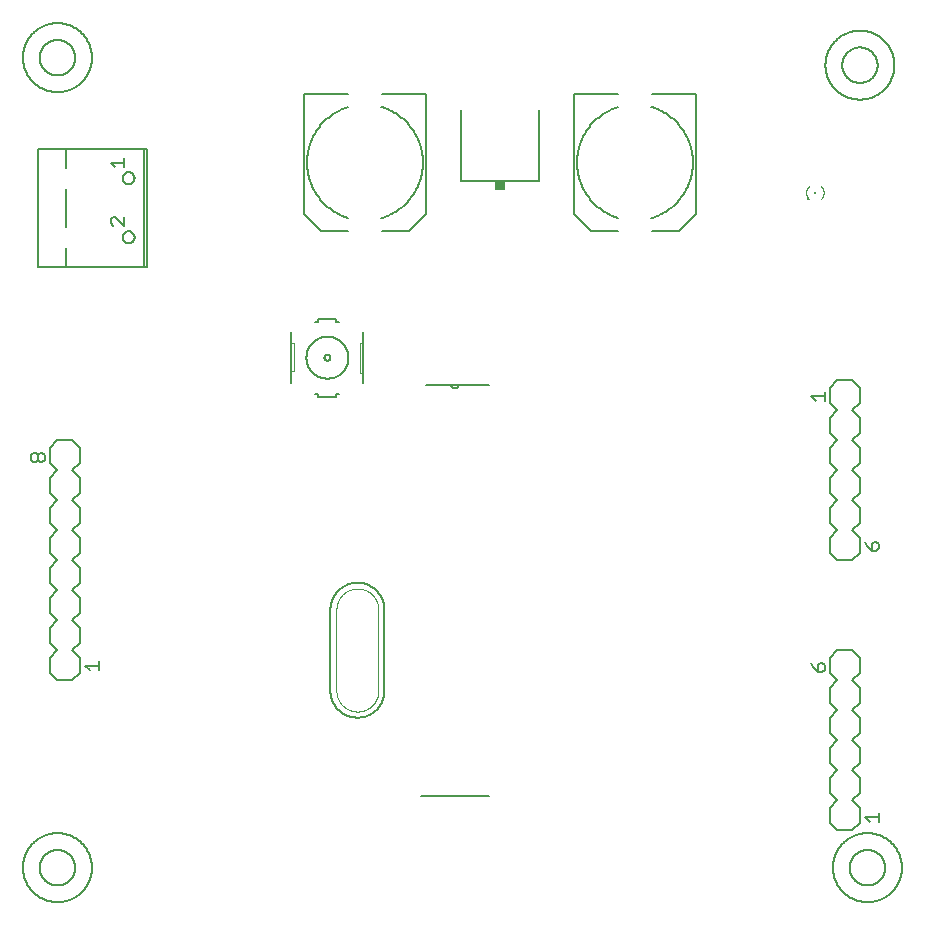
<source format=gto>
G75*
%MOIN*%
%OFA0B0*%
%FSLAX25Y25*%
%IPPOS*%
%LPD*%
%AMOC8*
5,1,8,0,0,1.08239X$1,22.5*
%
%ADD10C,0.00800*%
%ADD11R,0.03400X0.03000*%
%ADD12C,0.00400*%
%ADD13R,0.00787X0.00787*%
%ADD14R,0.00984X0.00591*%
%ADD15C,0.00600*%
%ADD16C,0.00200*%
%ADD17C,0.00500*%
D10*
X0010094Y0016000D02*
X0010096Y0016153D01*
X0010102Y0016307D01*
X0010112Y0016460D01*
X0010126Y0016612D01*
X0010144Y0016765D01*
X0010166Y0016916D01*
X0010191Y0017067D01*
X0010221Y0017218D01*
X0010255Y0017368D01*
X0010292Y0017516D01*
X0010333Y0017664D01*
X0010378Y0017810D01*
X0010427Y0017956D01*
X0010480Y0018100D01*
X0010536Y0018242D01*
X0010596Y0018383D01*
X0010660Y0018523D01*
X0010727Y0018661D01*
X0010798Y0018797D01*
X0010873Y0018931D01*
X0010950Y0019063D01*
X0011032Y0019193D01*
X0011116Y0019321D01*
X0011204Y0019447D01*
X0011295Y0019570D01*
X0011389Y0019691D01*
X0011487Y0019809D01*
X0011587Y0019925D01*
X0011691Y0020038D01*
X0011797Y0020149D01*
X0011906Y0020257D01*
X0012018Y0020362D01*
X0012132Y0020463D01*
X0012250Y0020562D01*
X0012369Y0020658D01*
X0012491Y0020751D01*
X0012616Y0020840D01*
X0012743Y0020927D01*
X0012872Y0021009D01*
X0013003Y0021089D01*
X0013136Y0021165D01*
X0013271Y0021238D01*
X0013408Y0021307D01*
X0013547Y0021372D01*
X0013687Y0021434D01*
X0013829Y0021492D01*
X0013972Y0021547D01*
X0014117Y0021598D01*
X0014263Y0021645D01*
X0014410Y0021688D01*
X0014558Y0021727D01*
X0014707Y0021763D01*
X0014857Y0021794D01*
X0015008Y0021822D01*
X0015159Y0021846D01*
X0015312Y0021866D01*
X0015464Y0021882D01*
X0015617Y0021894D01*
X0015770Y0021902D01*
X0015923Y0021906D01*
X0016077Y0021906D01*
X0016230Y0021902D01*
X0016383Y0021894D01*
X0016536Y0021882D01*
X0016688Y0021866D01*
X0016841Y0021846D01*
X0016992Y0021822D01*
X0017143Y0021794D01*
X0017293Y0021763D01*
X0017442Y0021727D01*
X0017590Y0021688D01*
X0017737Y0021645D01*
X0017883Y0021598D01*
X0018028Y0021547D01*
X0018171Y0021492D01*
X0018313Y0021434D01*
X0018453Y0021372D01*
X0018592Y0021307D01*
X0018729Y0021238D01*
X0018864Y0021165D01*
X0018997Y0021089D01*
X0019128Y0021009D01*
X0019257Y0020927D01*
X0019384Y0020840D01*
X0019509Y0020751D01*
X0019631Y0020658D01*
X0019750Y0020562D01*
X0019868Y0020463D01*
X0019982Y0020362D01*
X0020094Y0020257D01*
X0020203Y0020149D01*
X0020309Y0020038D01*
X0020413Y0019925D01*
X0020513Y0019809D01*
X0020611Y0019691D01*
X0020705Y0019570D01*
X0020796Y0019447D01*
X0020884Y0019321D01*
X0020968Y0019193D01*
X0021050Y0019063D01*
X0021127Y0018931D01*
X0021202Y0018797D01*
X0021273Y0018661D01*
X0021340Y0018523D01*
X0021404Y0018383D01*
X0021464Y0018242D01*
X0021520Y0018100D01*
X0021573Y0017956D01*
X0021622Y0017810D01*
X0021667Y0017664D01*
X0021708Y0017516D01*
X0021745Y0017368D01*
X0021779Y0017218D01*
X0021809Y0017067D01*
X0021834Y0016916D01*
X0021856Y0016765D01*
X0021874Y0016612D01*
X0021888Y0016460D01*
X0021898Y0016307D01*
X0021904Y0016153D01*
X0021906Y0016000D01*
X0021904Y0015847D01*
X0021898Y0015693D01*
X0021888Y0015540D01*
X0021874Y0015388D01*
X0021856Y0015235D01*
X0021834Y0015084D01*
X0021809Y0014933D01*
X0021779Y0014782D01*
X0021745Y0014632D01*
X0021708Y0014484D01*
X0021667Y0014336D01*
X0021622Y0014190D01*
X0021573Y0014044D01*
X0021520Y0013900D01*
X0021464Y0013758D01*
X0021404Y0013617D01*
X0021340Y0013477D01*
X0021273Y0013339D01*
X0021202Y0013203D01*
X0021127Y0013069D01*
X0021050Y0012937D01*
X0020968Y0012807D01*
X0020884Y0012679D01*
X0020796Y0012553D01*
X0020705Y0012430D01*
X0020611Y0012309D01*
X0020513Y0012191D01*
X0020413Y0012075D01*
X0020309Y0011962D01*
X0020203Y0011851D01*
X0020094Y0011743D01*
X0019982Y0011638D01*
X0019868Y0011537D01*
X0019750Y0011438D01*
X0019631Y0011342D01*
X0019509Y0011249D01*
X0019384Y0011160D01*
X0019257Y0011073D01*
X0019128Y0010991D01*
X0018997Y0010911D01*
X0018864Y0010835D01*
X0018729Y0010762D01*
X0018592Y0010693D01*
X0018453Y0010628D01*
X0018313Y0010566D01*
X0018171Y0010508D01*
X0018028Y0010453D01*
X0017883Y0010402D01*
X0017737Y0010355D01*
X0017590Y0010312D01*
X0017442Y0010273D01*
X0017293Y0010237D01*
X0017143Y0010206D01*
X0016992Y0010178D01*
X0016841Y0010154D01*
X0016688Y0010134D01*
X0016536Y0010118D01*
X0016383Y0010106D01*
X0016230Y0010098D01*
X0016077Y0010094D01*
X0015923Y0010094D01*
X0015770Y0010098D01*
X0015617Y0010106D01*
X0015464Y0010118D01*
X0015312Y0010134D01*
X0015159Y0010154D01*
X0015008Y0010178D01*
X0014857Y0010206D01*
X0014707Y0010237D01*
X0014558Y0010273D01*
X0014410Y0010312D01*
X0014263Y0010355D01*
X0014117Y0010402D01*
X0013972Y0010453D01*
X0013829Y0010508D01*
X0013687Y0010566D01*
X0013547Y0010628D01*
X0013408Y0010693D01*
X0013271Y0010762D01*
X0013136Y0010835D01*
X0013003Y0010911D01*
X0012872Y0010991D01*
X0012743Y0011073D01*
X0012616Y0011160D01*
X0012491Y0011249D01*
X0012369Y0011342D01*
X0012250Y0011438D01*
X0012132Y0011537D01*
X0012018Y0011638D01*
X0011906Y0011743D01*
X0011797Y0011851D01*
X0011691Y0011962D01*
X0011587Y0012075D01*
X0011487Y0012191D01*
X0011389Y0012309D01*
X0011295Y0012430D01*
X0011204Y0012553D01*
X0011116Y0012679D01*
X0011032Y0012807D01*
X0010950Y0012937D01*
X0010873Y0013069D01*
X0010798Y0013203D01*
X0010727Y0013339D01*
X0010660Y0013477D01*
X0010596Y0013617D01*
X0010536Y0013758D01*
X0010480Y0013900D01*
X0010427Y0014044D01*
X0010378Y0014190D01*
X0010333Y0014336D01*
X0010292Y0014484D01*
X0010255Y0014632D01*
X0010221Y0014782D01*
X0010191Y0014933D01*
X0010166Y0015084D01*
X0010144Y0015235D01*
X0010126Y0015388D01*
X0010112Y0015540D01*
X0010102Y0015693D01*
X0010096Y0015847D01*
X0010094Y0016000D01*
X0103933Y0228165D02*
X0098224Y0233874D01*
X0098224Y0273835D01*
X0112791Y0273835D01*
X0124209Y0273835D02*
X0138776Y0273835D01*
X0138776Y0233874D01*
X0133067Y0228165D01*
X0124209Y0228165D01*
X0112791Y0228165D02*
X0103933Y0228165D01*
X0112988Y0232496D02*
X0112538Y0232636D01*
X0112092Y0232787D01*
X0111650Y0232949D01*
X0111211Y0233122D01*
X0110777Y0233305D01*
X0110347Y0233499D01*
X0109923Y0233703D01*
X0109503Y0233917D01*
X0109089Y0234142D01*
X0108680Y0234377D01*
X0108278Y0234621D01*
X0107881Y0234876D01*
X0107491Y0235139D01*
X0107107Y0235413D01*
X0106730Y0235696D01*
X0106360Y0235987D01*
X0105997Y0236288D01*
X0105642Y0236598D01*
X0105294Y0236916D01*
X0104955Y0237242D01*
X0104623Y0237577D01*
X0104299Y0237919D01*
X0103984Y0238270D01*
X0103678Y0238628D01*
X0103381Y0238993D01*
X0103092Y0239366D01*
X0102813Y0239745D01*
X0102543Y0240131D01*
X0102282Y0240524D01*
X0102031Y0240923D01*
X0101790Y0241328D01*
X0101559Y0241738D01*
X0101338Y0242155D01*
X0101128Y0242576D01*
X0100927Y0243002D01*
X0100737Y0243434D01*
X0100558Y0243869D01*
X0100389Y0244309D01*
X0100231Y0244753D01*
X0100084Y0245201D01*
X0099948Y0245652D01*
X0099823Y0246106D01*
X0099710Y0246564D01*
X0099607Y0247023D01*
X0099516Y0247486D01*
X0099435Y0247950D01*
X0099367Y0248416D01*
X0099309Y0248884D01*
X0099263Y0249353D01*
X0099229Y0249823D01*
X0099206Y0250293D01*
X0099194Y0250764D01*
X0099194Y0251236D01*
X0099206Y0251707D01*
X0099229Y0252177D01*
X0099263Y0252647D01*
X0099309Y0253116D01*
X0099367Y0253584D01*
X0099435Y0254050D01*
X0099516Y0254514D01*
X0099607Y0254977D01*
X0099710Y0255436D01*
X0099823Y0255894D01*
X0099948Y0256348D01*
X0100084Y0256799D01*
X0100231Y0257247D01*
X0100389Y0257691D01*
X0100558Y0258131D01*
X0100737Y0258566D01*
X0100927Y0258998D01*
X0101128Y0259424D01*
X0101338Y0259845D01*
X0101559Y0260262D01*
X0101790Y0260672D01*
X0102031Y0261077D01*
X0102282Y0261476D01*
X0102543Y0261869D01*
X0102813Y0262255D01*
X0103092Y0262634D01*
X0103381Y0263007D01*
X0103678Y0263372D01*
X0103984Y0263730D01*
X0104299Y0264081D01*
X0104623Y0264423D01*
X0104955Y0264758D01*
X0105294Y0265084D01*
X0105642Y0265402D01*
X0105997Y0265712D01*
X0106360Y0266013D01*
X0106730Y0266304D01*
X0107107Y0266587D01*
X0107491Y0266861D01*
X0107881Y0267124D01*
X0108278Y0267379D01*
X0108680Y0267623D01*
X0109089Y0267858D01*
X0109503Y0268083D01*
X0109923Y0268297D01*
X0110347Y0268501D01*
X0110777Y0268695D01*
X0111211Y0268878D01*
X0111650Y0269051D01*
X0112092Y0269213D01*
X0112538Y0269364D01*
X0112988Y0269504D01*
X0124012Y0269504D02*
X0124462Y0269364D01*
X0124908Y0269213D01*
X0125350Y0269051D01*
X0125789Y0268878D01*
X0126223Y0268695D01*
X0126653Y0268501D01*
X0127077Y0268297D01*
X0127497Y0268083D01*
X0127911Y0267858D01*
X0128320Y0267623D01*
X0128722Y0267379D01*
X0129119Y0267124D01*
X0129509Y0266861D01*
X0129893Y0266587D01*
X0130270Y0266304D01*
X0130640Y0266013D01*
X0131003Y0265712D01*
X0131358Y0265402D01*
X0131706Y0265084D01*
X0132045Y0264758D01*
X0132377Y0264423D01*
X0132701Y0264081D01*
X0133016Y0263730D01*
X0133322Y0263372D01*
X0133619Y0263007D01*
X0133908Y0262634D01*
X0134187Y0262255D01*
X0134457Y0261869D01*
X0134718Y0261476D01*
X0134969Y0261077D01*
X0135210Y0260672D01*
X0135441Y0260262D01*
X0135662Y0259845D01*
X0135872Y0259424D01*
X0136073Y0258998D01*
X0136263Y0258566D01*
X0136442Y0258131D01*
X0136611Y0257691D01*
X0136769Y0257247D01*
X0136916Y0256799D01*
X0137052Y0256348D01*
X0137177Y0255894D01*
X0137290Y0255436D01*
X0137393Y0254977D01*
X0137484Y0254514D01*
X0137565Y0254050D01*
X0137633Y0253584D01*
X0137691Y0253116D01*
X0137737Y0252647D01*
X0137771Y0252177D01*
X0137794Y0251707D01*
X0137806Y0251236D01*
X0137806Y0250764D01*
X0137794Y0250293D01*
X0137771Y0249823D01*
X0137737Y0249353D01*
X0137691Y0248884D01*
X0137633Y0248416D01*
X0137565Y0247950D01*
X0137484Y0247486D01*
X0137393Y0247023D01*
X0137290Y0246564D01*
X0137177Y0246106D01*
X0137052Y0245652D01*
X0136916Y0245201D01*
X0136769Y0244753D01*
X0136611Y0244309D01*
X0136442Y0243869D01*
X0136263Y0243434D01*
X0136073Y0243002D01*
X0135872Y0242576D01*
X0135662Y0242155D01*
X0135441Y0241738D01*
X0135210Y0241328D01*
X0134969Y0240923D01*
X0134718Y0240524D01*
X0134457Y0240131D01*
X0134187Y0239745D01*
X0133908Y0239366D01*
X0133619Y0238993D01*
X0133322Y0238628D01*
X0133016Y0238270D01*
X0132701Y0237919D01*
X0132377Y0237577D01*
X0132045Y0237242D01*
X0131706Y0236916D01*
X0131358Y0236598D01*
X0131003Y0236288D01*
X0130640Y0235987D01*
X0130270Y0235696D01*
X0129893Y0235413D01*
X0129509Y0235139D01*
X0129119Y0234876D01*
X0128722Y0234621D01*
X0128320Y0234377D01*
X0127911Y0234142D01*
X0127497Y0233917D01*
X0127077Y0233703D01*
X0126653Y0233499D01*
X0126223Y0233305D01*
X0125789Y0233122D01*
X0125350Y0232949D01*
X0124908Y0232787D01*
X0124462Y0232636D01*
X0124012Y0232496D01*
X0150598Y0245000D02*
X0150600Y0268600D01*
X0150598Y0245000D02*
X0176402Y0245000D01*
X0176400Y0268600D01*
X0188224Y0273835D02*
X0202791Y0273835D01*
X0214209Y0273835D02*
X0228776Y0273835D01*
X0228776Y0233874D01*
X0223067Y0228165D01*
X0214209Y0228165D01*
X0202791Y0228165D02*
X0193933Y0228165D01*
X0188224Y0233874D01*
X0188224Y0273835D01*
X0202988Y0269504D02*
X0202538Y0269364D01*
X0202092Y0269213D01*
X0201650Y0269051D01*
X0201211Y0268878D01*
X0200777Y0268695D01*
X0200347Y0268501D01*
X0199923Y0268297D01*
X0199503Y0268083D01*
X0199089Y0267858D01*
X0198680Y0267623D01*
X0198278Y0267379D01*
X0197881Y0267124D01*
X0197491Y0266861D01*
X0197107Y0266587D01*
X0196730Y0266304D01*
X0196360Y0266013D01*
X0195997Y0265712D01*
X0195642Y0265402D01*
X0195294Y0265084D01*
X0194955Y0264758D01*
X0194623Y0264423D01*
X0194299Y0264081D01*
X0193984Y0263730D01*
X0193678Y0263372D01*
X0193381Y0263007D01*
X0193092Y0262634D01*
X0192813Y0262255D01*
X0192543Y0261869D01*
X0192282Y0261476D01*
X0192031Y0261077D01*
X0191790Y0260672D01*
X0191559Y0260262D01*
X0191338Y0259845D01*
X0191128Y0259424D01*
X0190927Y0258998D01*
X0190737Y0258566D01*
X0190558Y0258131D01*
X0190389Y0257691D01*
X0190231Y0257247D01*
X0190084Y0256799D01*
X0189948Y0256348D01*
X0189823Y0255894D01*
X0189710Y0255436D01*
X0189607Y0254977D01*
X0189516Y0254514D01*
X0189435Y0254050D01*
X0189367Y0253584D01*
X0189309Y0253116D01*
X0189263Y0252647D01*
X0189229Y0252177D01*
X0189206Y0251707D01*
X0189194Y0251236D01*
X0189194Y0250764D01*
X0189206Y0250293D01*
X0189229Y0249823D01*
X0189263Y0249353D01*
X0189309Y0248884D01*
X0189367Y0248416D01*
X0189435Y0247950D01*
X0189516Y0247486D01*
X0189607Y0247023D01*
X0189710Y0246564D01*
X0189823Y0246106D01*
X0189948Y0245652D01*
X0190084Y0245201D01*
X0190231Y0244753D01*
X0190389Y0244309D01*
X0190558Y0243869D01*
X0190737Y0243434D01*
X0190927Y0243002D01*
X0191128Y0242576D01*
X0191338Y0242155D01*
X0191559Y0241738D01*
X0191790Y0241328D01*
X0192031Y0240923D01*
X0192282Y0240524D01*
X0192543Y0240131D01*
X0192813Y0239745D01*
X0193092Y0239366D01*
X0193381Y0238993D01*
X0193678Y0238628D01*
X0193984Y0238270D01*
X0194299Y0237919D01*
X0194623Y0237577D01*
X0194955Y0237242D01*
X0195294Y0236916D01*
X0195642Y0236598D01*
X0195997Y0236288D01*
X0196360Y0235987D01*
X0196730Y0235696D01*
X0197107Y0235413D01*
X0197491Y0235139D01*
X0197881Y0234876D01*
X0198278Y0234621D01*
X0198680Y0234377D01*
X0199089Y0234142D01*
X0199503Y0233917D01*
X0199923Y0233703D01*
X0200347Y0233499D01*
X0200777Y0233305D01*
X0201211Y0233122D01*
X0201650Y0232949D01*
X0202092Y0232787D01*
X0202538Y0232636D01*
X0202988Y0232496D01*
X0214012Y0232496D02*
X0214462Y0232636D01*
X0214908Y0232787D01*
X0215350Y0232949D01*
X0215789Y0233122D01*
X0216223Y0233305D01*
X0216653Y0233499D01*
X0217077Y0233703D01*
X0217497Y0233917D01*
X0217911Y0234142D01*
X0218320Y0234377D01*
X0218722Y0234621D01*
X0219119Y0234876D01*
X0219509Y0235139D01*
X0219893Y0235413D01*
X0220270Y0235696D01*
X0220640Y0235987D01*
X0221003Y0236288D01*
X0221358Y0236598D01*
X0221706Y0236916D01*
X0222045Y0237242D01*
X0222377Y0237577D01*
X0222701Y0237919D01*
X0223016Y0238270D01*
X0223322Y0238628D01*
X0223619Y0238993D01*
X0223908Y0239366D01*
X0224187Y0239745D01*
X0224457Y0240131D01*
X0224718Y0240524D01*
X0224969Y0240923D01*
X0225210Y0241328D01*
X0225441Y0241738D01*
X0225662Y0242155D01*
X0225872Y0242576D01*
X0226073Y0243002D01*
X0226263Y0243434D01*
X0226442Y0243869D01*
X0226611Y0244309D01*
X0226769Y0244753D01*
X0226916Y0245201D01*
X0227052Y0245652D01*
X0227177Y0246106D01*
X0227290Y0246564D01*
X0227393Y0247023D01*
X0227484Y0247486D01*
X0227565Y0247950D01*
X0227633Y0248416D01*
X0227691Y0248884D01*
X0227737Y0249353D01*
X0227771Y0249823D01*
X0227794Y0250293D01*
X0227806Y0250764D01*
X0227806Y0251236D01*
X0227794Y0251707D01*
X0227771Y0252177D01*
X0227737Y0252647D01*
X0227691Y0253116D01*
X0227633Y0253584D01*
X0227565Y0254050D01*
X0227484Y0254514D01*
X0227393Y0254977D01*
X0227290Y0255436D01*
X0227177Y0255894D01*
X0227052Y0256348D01*
X0226916Y0256799D01*
X0226769Y0257247D01*
X0226611Y0257691D01*
X0226442Y0258131D01*
X0226263Y0258566D01*
X0226073Y0258998D01*
X0225872Y0259424D01*
X0225662Y0259845D01*
X0225441Y0260262D01*
X0225210Y0260672D01*
X0224969Y0261077D01*
X0224718Y0261476D01*
X0224457Y0261869D01*
X0224187Y0262255D01*
X0223908Y0262634D01*
X0223619Y0263007D01*
X0223322Y0263372D01*
X0223016Y0263730D01*
X0222701Y0264081D01*
X0222377Y0264423D01*
X0222045Y0264758D01*
X0221706Y0265084D01*
X0221358Y0265402D01*
X0221003Y0265712D01*
X0220640Y0266013D01*
X0220270Y0266304D01*
X0219893Y0266587D01*
X0219509Y0266861D01*
X0219119Y0267124D01*
X0218722Y0267379D01*
X0218320Y0267623D01*
X0217911Y0267858D01*
X0217497Y0268083D01*
X0217077Y0268297D01*
X0216653Y0268501D01*
X0216223Y0268695D01*
X0215789Y0268878D01*
X0215350Y0269051D01*
X0214908Y0269213D01*
X0214462Y0269364D01*
X0214012Y0269504D01*
X0277594Y0283500D02*
X0277596Y0283653D01*
X0277602Y0283807D01*
X0277612Y0283960D01*
X0277626Y0284112D01*
X0277644Y0284265D01*
X0277666Y0284416D01*
X0277691Y0284567D01*
X0277721Y0284718D01*
X0277755Y0284868D01*
X0277792Y0285016D01*
X0277833Y0285164D01*
X0277878Y0285310D01*
X0277927Y0285456D01*
X0277980Y0285600D01*
X0278036Y0285742D01*
X0278096Y0285883D01*
X0278160Y0286023D01*
X0278227Y0286161D01*
X0278298Y0286297D01*
X0278373Y0286431D01*
X0278450Y0286563D01*
X0278532Y0286693D01*
X0278616Y0286821D01*
X0278704Y0286947D01*
X0278795Y0287070D01*
X0278889Y0287191D01*
X0278987Y0287309D01*
X0279087Y0287425D01*
X0279191Y0287538D01*
X0279297Y0287649D01*
X0279406Y0287757D01*
X0279518Y0287862D01*
X0279632Y0287963D01*
X0279750Y0288062D01*
X0279869Y0288158D01*
X0279991Y0288251D01*
X0280116Y0288340D01*
X0280243Y0288427D01*
X0280372Y0288509D01*
X0280503Y0288589D01*
X0280636Y0288665D01*
X0280771Y0288738D01*
X0280908Y0288807D01*
X0281047Y0288872D01*
X0281187Y0288934D01*
X0281329Y0288992D01*
X0281472Y0289047D01*
X0281617Y0289098D01*
X0281763Y0289145D01*
X0281910Y0289188D01*
X0282058Y0289227D01*
X0282207Y0289263D01*
X0282357Y0289294D01*
X0282508Y0289322D01*
X0282659Y0289346D01*
X0282812Y0289366D01*
X0282964Y0289382D01*
X0283117Y0289394D01*
X0283270Y0289402D01*
X0283423Y0289406D01*
X0283577Y0289406D01*
X0283730Y0289402D01*
X0283883Y0289394D01*
X0284036Y0289382D01*
X0284188Y0289366D01*
X0284341Y0289346D01*
X0284492Y0289322D01*
X0284643Y0289294D01*
X0284793Y0289263D01*
X0284942Y0289227D01*
X0285090Y0289188D01*
X0285237Y0289145D01*
X0285383Y0289098D01*
X0285528Y0289047D01*
X0285671Y0288992D01*
X0285813Y0288934D01*
X0285953Y0288872D01*
X0286092Y0288807D01*
X0286229Y0288738D01*
X0286364Y0288665D01*
X0286497Y0288589D01*
X0286628Y0288509D01*
X0286757Y0288427D01*
X0286884Y0288340D01*
X0287009Y0288251D01*
X0287131Y0288158D01*
X0287250Y0288062D01*
X0287368Y0287963D01*
X0287482Y0287862D01*
X0287594Y0287757D01*
X0287703Y0287649D01*
X0287809Y0287538D01*
X0287913Y0287425D01*
X0288013Y0287309D01*
X0288111Y0287191D01*
X0288205Y0287070D01*
X0288296Y0286947D01*
X0288384Y0286821D01*
X0288468Y0286693D01*
X0288550Y0286563D01*
X0288627Y0286431D01*
X0288702Y0286297D01*
X0288773Y0286161D01*
X0288840Y0286023D01*
X0288904Y0285883D01*
X0288964Y0285742D01*
X0289020Y0285600D01*
X0289073Y0285456D01*
X0289122Y0285310D01*
X0289167Y0285164D01*
X0289208Y0285016D01*
X0289245Y0284868D01*
X0289279Y0284718D01*
X0289309Y0284567D01*
X0289334Y0284416D01*
X0289356Y0284265D01*
X0289374Y0284112D01*
X0289388Y0283960D01*
X0289398Y0283807D01*
X0289404Y0283653D01*
X0289406Y0283500D01*
X0289404Y0283347D01*
X0289398Y0283193D01*
X0289388Y0283040D01*
X0289374Y0282888D01*
X0289356Y0282735D01*
X0289334Y0282584D01*
X0289309Y0282433D01*
X0289279Y0282282D01*
X0289245Y0282132D01*
X0289208Y0281984D01*
X0289167Y0281836D01*
X0289122Y0281690D01*
X0289073Y0281544D01*
X0289020Y0281400D01*
X0288964Y0281258D01*
X0288904Y0281117D01*
X0288840Y0280977D01*
X0288773Y0280839D01*
X0288702Y0280703D01*
X0288627Y0280569D01*
X0288550Y0280437D01*
X0288468Y0280307D01*
X0288384Y0280179D01*
X0288296Y0280053D01*
X0288205Y0279930D01*
X0288111Y0279809D01*
X0288013Y0279691D01*
X0287913Y0279575D01*
X0287809Y0279462D01*
X0287703Y0279351D01*
X0287594Y0279243D01*
X0287482Y0279138D01*
X0287368Y0279037D01*
X0287250Y0278938D01*
X0287131Y0278842D01*
X0287009Y0278749D01*
X0286884Y0278660D01*
X0286757Y0278573D01*
X0286628Y0278491D01*
X0286497Y0278411D01*
X0286364Y0278335D01*
X0286229Y0278262D01*
X0286092Y0278193D01*
X0285953Y0278128D01*
X0285813Y0278066D01*
X0285671Y0278008D01*
X0285528Y0277953D01*
X0285383Y0277902D01*
X0285237Y0277855D01*
X0285090Y0277812D01*
X0284942Y0277773D01*
X0284793Y0277737D01*
X0284643Y0277706D01*
X0284492Y0277678D01*
X0284341Y0277654D01*
X0284188Y0277634D01*
X0284036Y0277618D01*
X0283883Y0277606D01*
X0283730Y0277598D01*
X0283577Y0277594D01*
X0283423Y0277594D01*
X0283270Y0277598D01*
X0283117Y0277606D01*
X0282964Y0277618D01*
X0282812Y0277634D01*
X0282659Y0277654D01*
X0282508Y0277678D01*
X0282357Y0277706D01*
X0282207Y0277737D01*
X0282058Y0277773D01*
X0281910Y0277812D01*
X0281763Y0277855D01*
X0281617Y0277902D01*
X0281472Y0277953D01*
X0281329Y0278008D01*
X0281187Y0278066D01*
X0281047Y0278128D01*
X0280908Y0278193D01*
X0280771Y0278262D01*
X0280636Y0278335D01*
X0280503Y0278411D01*
X0280372Y0278491D01*
X0280243Y0278573D01*
X0280116Y0278660D01*
X0279991Y0278749D01*
X0279869Y0278842D01*
X0279750Y0278938D01*
X0279632Y0279037D01*
X0279518Y0279138D01*
X0279406Y0279243D01*
X0279297Y0279351D01*
X0279191Y0279462D01*
X0279087Y0279575D01*
X0278987Y0279691D01*
X0278889Y0279809D01*
X0278795Y0279930D01*
X0278704Y0280053D01*
X0278616Y0280179D01*
X0278532Y0280307D01*
X0278450Y0280437D01*
X0278373Y0280569D01*
X0278298Y0280703D01*
X0278227Y0280839D01*
X0278160Y0280977D01*
X0278096Y0281117D01*
X0278036Y0281258D01*
X0277980Y0281400D01*
X0277927Y0281544D01*
X0277878Y0281690D01*
X0277833Y0281836D01*
X0277792Y0281984D01*
X0277755Y0282132D01*
X0277721Y0282282D01*
X0277691Y0282433D01*
X0277666Y0282584D01*
X0277644Y0282735D01*
X0277626Y0282888D01*
X0277612Y0283040D01*
X0277602Y0283193D01*
X0277596Y0283347D01*
X0277594Y0283500D01*
X0010094Y0286000D02*
X0010096Y0286153D01*
X0010102Y0286307D01*
X0010112Y0286460D01*
X0010126Y0286612D01*
X0010144Y0286765D01*
X0010166Y0286916D01*
X0010191Y0287067D01*
X0010221Y0287218D01*
X0010255Y0287368D01*
X0010292Y0287516D01*
X0010333Y0287664D01*
X0010378Y0287810D01*
X0010427Y0287956D01*
X0010480Y0288100D01*
X0010536Y0288242D01*
X0010596Y0288383D01*
X0010660Y0288523D01*
X0010727Y0288661D01*
X0010798Y0288797D01*
X0010873Y0288931D01*
X0010950Y0289063D01*
X0011032Y0289193D01*
X0011116Y0289321D01*
X0011204Y0289447D01*
X0011295Y0289570D01*
X0011389Y0289691D01*
X0011487Y0289809D01*
X0011587Y0289925D01*
X0011691Y0290038D01*
X0011797Y0290149D01*
X0011906Y0290257D01*
X0012018Y0290362D01*
X0012132Y0290463D01*
X0012250Y0290562D01*
X0012369Y0290658D01*
X0012491Y0290751D01*
X0012616Y0290840D01*
X0012743Y0290927D01*
X0012872Y0291009D01*
X0013003Y0291089D01*
X0013136Y0291165D01*
X0013271Y0291238D01*
X0013408Y0291307D01*
X0013547Y0291372D01*
X0013687Y0291434D01*
X0013829Y0291492D01*
X0013972Y0291547D01*
X0014117Y0291598D01*
X0014263Y0291645D01*
X0014410Y0291688D01*
X0014558Y0291727D01*
X0014707Y0291763D01*
X0014857Y0291794D01*
X0015008Y0291822D01*
X0015159Y0291846D01*
X0015312Y0291866D01*
X0015464Y0291882D01*
X0015617Y0291894D01*
X0015770Y0291902D01*
X0015923Y0291906D01*
X0016077Y0291906D01*
X0016230Y0291902D01*
X0016383Y0291894D01*
X0016536Y0291882D01*
X0016688Y0291866D01*
X0016841Y0291846D01*
X0016992Y0291822D01*
X0017143Y0291794D01*
X0017293Y0291763D01*
X0017442Y0291727D01*
X0017590Y0291688D01*
X0017737Y0291645D01*
X0017883Y0291598D01*
X0018028Y0291547D01*
X0018171Y0291492D01*
X0018313Y0291434D01*
X0018453Y0291372D01*
X0018592Y0291307D01*
X0018729Y0291238D01*
X0018864Y0291165D01*
X0018997Y0291089D01*
X0019128Y0291009D01*
X0019257Y0290927D01*
X0019384Y0290840D01*
X0019509Y0290751D01*
X0019631Y0290658D01*
X0019750Y0290562D01*
X0019868Y0290463D01*
X0019982Y0290362D01*
X0020094Y0290257D01*
X0020203Y0290149D01*
X0020309Y0290038D01*
X0020413Y0289925D01*
X0020513Y0289809D01*
X0020611Y0289691D01*
X0020705Y0289570D01*
X0020796Y0289447D01*
X0020884Y0289321D01*
X0020968Y0289193D01*
X0021050Y0289063D01*
X0021127Y0288931D01*
X0021202Y0288797D01*
X0021273Y0288661D01*
X0021340Y0288523D01*
X0021404Y0288383D01*
X0021464Y0288242D01*
X0021520Y0288100D01*
X0021573Y0287956D01*
X0021622Y0287810D01*
X0021667Y0287664D01*
X0021708Y0287516D01*
X0021745Y0287368D01*
X0021779Y0287218D01*
X0021809Y0287067D01*
X0021834Y0286916D01*
X0021856Y0286765D01*
X0021874Y0286612D01*
X0021888Y0286460D01*
X0021898Y0286307D01*
X0021904Y0286153D01*
X0021906Y0286000D01*
X0021904Y0285847D01*
X0021898Y0285693D01*
X0021888Y0285540D01*
X0021874Y0285388D01*
X0021856Y0285235D01*
X0021834Y0285084D01*
X0021809Y0284933D01*
X0021779Y0284782D01*
X0021745Y0284632D01*
X0021708Y0284484D01*
X0021667Y0284336D01*
X0021622Y0284190D01*
X0021573Y0284044D01*
X0021520Y0283900D01*
X0021464Y0283758D01*
X0021404Y0283617D01*
X0021340Y0283477D01*
X0021273Y0283339D01*
X0021202Y0283203D01*
X0021127Y0283069D01*
X0021050Y0282937D01*
X0020968Y0282807D01*
X0020884Y0282679D01*
X0020796Y0282553D01*
X0020705Y0282430D01*
X0020611Y0282309D01*
X0020513Y0282191D01*
X0020413Y0282075D01*
X0020309Y0281962D01*
X0020203Y0281851D01*
X0020094Y0281743D01*
X0019982Y0281638D01*
X0019868Y0281537D01*
X0019750Y0281438D01*
X0019631Y0281342D01*
X0019509Y0281249D01*
X0019384Y0281160D01*
X0019257Y0281073D01*
X0019128Y0280991D01*
X0018997Y0280911D01*
X0018864Y0280835D01*
X0018729Y0280762D01*
X0018592Y0280693D01*
X0018453Y0280628D01*
X0018313Y0280566D01*
X0018171Y0280508D01*
X0018028Y0280453D01*
X0017883Y0280402D01*
X0017737Y0280355D01*
X0017590Y0280312D01*
X0017442Y0280273D01*
X0017293Y0280237D01*
X0017143Y0280206D01*
X0016992Y0280178D01*
X0016841Y0280154D01*
X0016688Y0280134D01*
X0016536Y0280118D01*
X0016383Y0280106D01*
X0016230Y0280098D01*
X0016077Y0280094D01*
X0015923Y0280094D01*
X0015770Y0280098D01*
X0015617Y0280106D01*
X0015464Y0280118D01*
X0015312Y0280134D01*
X0015159Y0280154D01*
X0015008Y0280178D01*
X0014857Y0280206D01*
X0014707Y0280237D01*
X0014558Y0280273D01*
X0014410Y0280312D01*
X0014263Y0280355D01*
X0014117Y0280402D01*
X0013972Y0280453D01*
X0013829Y0280508D01*
X0013687Y0280566D01*
X0013547Y0280628D01*
X0013408Y0280693D01*
X0013271Y0280762D01*
X0013136Y0280835D01*
X0013003Y0280911D01*
X0012872Y0280991D01*
X0012743Y0281073D01*
X0012616Y0281160D01*
X0012491Y0281249D01*
X0012369Y0281342D01*
X0012250Y0281438D01*
X0012132Y0281537D01*
X0012018Y0281638D01*
X0011906Y0281743D01*
X0011797Y0281851D01*
X0011691Y0281962D01*
X0011587Y0282075D01*
X0011487Y0282191D01*
X0011389Y0282309D01*
X0011295Y0282430D01*
X0011204Y0282553D01*
X0011116Y0282679D01*
X0011032Y0282807D01*
X0010950Y0282937D01*
X0010873Y0283069D01*
X0010798Y0283203D01*
X0010727Y0283339D01*
X0010660Y0283477D01*
X0010596Y0283617D01*
X0010536Y0283758D01*
X0010480Y0283900D01*
X0010427Y0284044D01*
X0010378Y0284190D01*
X0010333Y0284336D01*
X0010292Y0284484D01*
X0010255Y0284632D01*
X0010221Y0284782D01*
X0010191Y0284933D01*
X0010166Y0285084D01*
X0010144Y0285235D01*
X0010126Y0285388D01*
X0010112Y0285540D01*
X0010102Y0285693D01*
X0010096Y0285847D01*
X0010094Y0286000D01*
X0280094Y0016000D02*
X0280096Y0016153D01*
X0280102Y0016307D01*
X0280112Y0016460D01*
X0280126Y0016612D01*
X0280144Y0016765D01*
X0280166Y0016916D01*
X0280191Y0017067D01*
X0280221Y0017218D01*
X0280255Y0017368D01*
X0280292Y0017516D01*
X0280333Y0017664D01*
X0280378Y0017810D01*
X0280427Y0017956D01*
X0280480Y0018100D01*
X0280536Y0018242D01*
X0280596Y0018383D01*
X0280660Y0018523D01*
X0280727Y0018661D01*
X0280798Y0018797D01*
X0280873Y0018931D01*
X0280950Y0019063D01*
X0281032Y0019193D01*
X0281116Y0019321D01*
X0281204Y0019447D01*
X0281295Y0019570D01*
X0281389Y0019691D01*
X0281487Y0019809D01*
X0281587Y0019925D01*
X0281691Y0020038D01*
X0281797Y0020149D01*
X0281906Y0020257D01*
X0282018Y0020362D01*
X0282132Y0020463D01*
X0282250Y0020562D01*
X0282369Y0020658D01*
X0282491Y0020751D01*
X0282616Y0020840D01*
X0282743Y0020927D01*
X0282872Y0021009D01*
X0283003Y0021089D01*
X0283136Y0021165D01*
X0283271Y0021238D01*
X0283408Y0021307D01*
X0283547Y0021372D01*
X0283687Y0021434D01*
X0283829Y0021492D01*
X0283972Y0021547D01*
X0284117Y0021598D01*
X0284263Y0021645D01*
X0284410Y0021688D01*
X0284558Y0021727D01*
X0284707Y0021763D01*
X0284857Y0021794D01*
X0285008Y0021822D01*
X0285159Y0021846D01*
X0285312Y0021866D01*
X0285464Y0021882D01*
X0285617Y0021894D01*
X0285770Y0021902D01*
X0285923Y0021906D01*
X0286077Y0021906D01*
X0286230Y0021902D01*
X0286383Y0021894D01*
X0286536Y0021882D01*
X0286688Y0021866D01*
X0286841Y0021846D01*
X0286992Y0021822D01*
X0287143Y0021794D01*
X0287293Y0021763D01*
X0287442Y0021727D01*
X0287590Y0021688D01*
X0287737Y0021645D01*
X0287883Y0021598D01*
X0288028Y0021547D01*
X0288171Y0021492D01*
X0288313Y0021434D01*
X0288453Y0021372D01*
X0288592Y0021307D01*
X0288729Y0021238D01*
X0288864Y0021165D01*
X0288997Y0021089D01*
X0289128Y0021009D01*
X0289257Y0020927D01*
X0289384Y0020840D01*
X0289509Y0020751D01*
X0289631Y0020658D01*
X0289750Y0020562D01*
X0289868Y0020463D01*
X0289982Y0020362D01*
X0290094Y0020257D01*
X0290203Y0020149D01*
X0290309Y0020038D01*
X0290413Y0019925D01*
X0290513Y0019809D01*
X0290611Y0019691D01*
X0290705Y0019570D01*
X0290796Y0019447D01*
X0290884Y0019321D01*
X0290968Y0019193D01*
X0291050Y0019063D01*
X0291127Y0018931D01*
X0291202Y0018797D01*
X0291273Y0018661D01*
X0291340Y0018523D01*
X0291404Y0018383D01*
X0291464Y0018242D01*
X0291520Y0018100D01*
X0291573Y0017956D01*
X0291622Y0017810D01*
X0291667Y0017664D01*
X0291708Y0017516D01*
X0291745Y0017368D01*
X0291779Y0017218D01*
X0291809Y0017067D01*
X0291834Y0016916D01*
X0291856Y0016765D01*
X0291874Y0016612D01*
X0291888Y0016460D01*
X0291898Y0016307D01*
X0291904Y0016153D01*
X0291906Y0016000D01*
X0291904Y0015847D01*
X0291898Y0015693D01*
X0291888Y0015540D01*
X0291874Y0015388D01*
X0291856Y0015235D01*
X0291834Y0015084D01*
X0291809Y0014933D01*
X0291779Y0014782D01*
X0291745Y0014632D01*
X0291708Y0014484D01*
X0291667Y0014336D01*
X0291622Y0014190D01*
X0291573Y0014044D01*
X0291520Y0013900D01*
X0291464Y0013758D01*
X0291404Y0013617D01*
X0291340Y0013477D01*
X0291273Y0013339D01*
X0291202Y0013203D01*
X0291127Y0013069D01*
X0291050Y0012937D01*
X0290968Y0012807D01*
X0290884Y0012679D01*
X0290796Y0012553D01*
X0290705Y0012430D01*
X0290611Y0012309D01*
X0290513Y0012191D01*
X0290413Y0012075D01*
X0290309Y0011962D01*
X0290203Y0011851D01*
X0290094Y0011743D01*
X0289982Y0011638D01*
X0289868Y0011537D01*
X0289750Y0011438D01*
X0289631Y0011342D01*
X0289509Y0011249D01*
X0289384Y0011160D01*
X0289257Y0011073D01*
X0289128Y0010991D01*
X0288997Y0010911D01*
X0288864Y0010835D01*
X0288729Y0010762D01*
X0288592Y0010693D01*
X0288453Y0010628D01*
X0288313Y0010566D01*
X0288171Y0010508D01*
X0288028Y0010453D01*
X0287883Y0010402D01*
X0287737Y0010355D01*
X0287590Y0010312D01*
X0287442Y0010273D01*
X0287293Y0010237D01*
X0287143Y0010206D01*
X0286992Y0010178D01*
X0286841Y0010154D01*
X0286688Y0010134D01*
X0286536Y0010118D01*
X0286383Y0010106D01*
X0286230Y0010098D01*
X0286077Y0010094D01*
X0285923Y0010094D01*
X0285770Y0010098D01*
X0285617Y0010106D01*
X0285464Y0010118D01*
X0285312Y0010134D01*
X0285159Y0010154D01*
X0285008Y0010178D01*
X0284857Y0010206D01*
X0284707Y0010237D01*
X0284558Y0010273D01*
X0284410Y0010312D01*
X0284263Y0010355D01*
X0284117Y0010402D01*
X0283972Y0010453D01*
X0283829Y0010508D01*
X0283687Y0010566D01*
X0283547Y0010628D01*
X0283408Y0010693D01*
X0283271Y0010762D01*
X0283136Y0010835D01*
X0283003Y0010911D01*
X0282872Y0010991D01*
X0282743Y0011073D01*
X0282616Y0011160D01*
X0282491Y0011249D01*
X0282369Y0011342D01*
X0282250Y0011438D01*
X0282132Y0011537D01*
X0282018Y0011638D01*
X0281906Y0011743D01*
X0281797Y0011851D01*
X0281691Y0011962D01*
X0281587Y0012075D01*
X0281487Y0012191D01*
X0281389Y0012309D01*
X0281295Y0012430D01*
X0281204Y0012553D01*
X0281116Y0012679D01*
X0281032Y0012807D01*
X0280950Y0012937D01*
X0280873Y0013069D01*
X0280798Y0013203D01*
X0280727Y0013339D01*
X0280660Y0013477D01*
X0280596Y0013617D01*
X0280536Y0013758D01*
X0280480Y0013900D01*
X0280427Y0014044D01*
X0280378Y0014190D01*
X0280333Y0014336D01*
X0280292Y0014484D01*
X0280255Y0014632D01*
X0280221Y0014782D01*
X0280191Y0014933D01*
X0280166Y0015084D01*
X0280144Y0015235D01*
X0280126Y0015388D01*
X0280112Y0015540D01*
X0280102Y0015693D01*
X0280096Y0015847D01*
X0280094Y0016000D01*
D11*
X0163500Y0243100D03*
D12*
X0266532Y0243165D02*
X0266455Y0243092D01*
X0266380Y0243017D01*
X0266309Y0242939D01*
X0266240Y0242858D01*
X0266174Y0242775D01*
X0266111Y0242690D01*
X0266052Y0242602D01*
X0265995Y0242513D01*
X0265942Y0242421D01*
X0265892Y0242327D01*
X0265846Y0242232D01*
X0265803Y0242135D01*
X0265764Y0242037D01*
X0265728Y0241937D01*
X0265696Y0241836D01*
X0265668Y0241734D01*
X0265643Y0241631D01*
X0265622Y0241527D01*
X0265605Y0241422D01*
X0265591Y0241317D01*
X0265582Y0241212D01*
X0265576Y0241106D01*
X0265574Y0241000D01*
X0265576Y0240894D01*
X0265582Y0240788D01*
X0265591Y0240683D01*
X0265605Y0240578D01*
X0265622Y0240473D01*
X0265643Y0240369D01*
X0265668Y0240266D01*
X0265696Y0240164D01*
X0265728Y0240063D01*
X0265764Y0239963D01*
X0265803Y0239865D01*
X0265846Y0239768D01*
X0265892Y0239673D01*
X0265942Y0239579D01*
X0265995Y0239487D01*
X0266052Y0239398D01*
X0266111Y0239310D01*
X0266174Y0239225D01*
X0266240Y0239142D01*
X0266309Y0239061D01*
X0266380Y0238983D01*
X0266455Y0238908D01*
X0266532Y0238835D01*
X0270468Y0238835D02*
X0270545Y0238908D01*
X0270620Y0238983D01*
X0270691Y0239061D01*
X0270760Y0239142D01*
X0270826Y0239225D01*
X0270889Y0239310D01*
X0270948Y0239398D01*
X0271005Y0239487D01*
X0271058Y0239579D01*
X0271108Y0239673D01*
X0271154Y0239768D01*
X0271197Y0239865D01*
X0271236Y0239963D01*
X0271272Y0240063D01*
X0271304Y0240164D01*
X0271332Y0240266D01*
X0271357Y0240369D01*
X0271378Y0240473D01*
X0271395Y0240578D01*
X0271409Y0240683D01*
X0271418Y0240788D01*
X0271424Y0240894D01*
X0271426Y0241000D01*
X0271424Y0241106D01*
X0271418Y0241212D01*
X0271409Y0241317D01*
X0271395Y0241422D01*
X0271378Y0241527D01*
X0271357Y0241631D01*
X0271332Y0241734D01*
X0271304Y0241836D01*
X0271272Y0241937D01*
X0271236Y0242037D01*
X0271197Y0242135D01*
X0271154Y0242232D01*
X0271108Y0242327D01*
X0271058Y0242421D01*
X0271005Y0242513D01*
X0270948Y0242602D01*
X0270889Y0242690D01*
X0270826Y0242775D01*
X0270760Y0242858D01*
X0270691Y0242939D01*
X0270620Y0243017D01*
X0270545Y0243092D01*
X0270468Y0243165D01*
D13*
X0268500Y0241000D03*
D14*
X0266236Y0238933D03*
D15*
X0272000Y0283500D02*
X0272003Y0283782D01*
X0272014Y0284064D01*
X0272031Y0284346D01*
X0272055Y0284627D01*
X0272086Y0284908D01*
X0272124Y0285187D01*
X0272169Y0285466D01*
X0272221Y0285744D01*
X0272279Y0286020D01*
X0272345Y0286294D01*
X0272417Y0286567D01*
X0272495Y0286838D01*
X0272580Y0287107D01*
X0272672Y0287374D01*
X0272771Y0287639D01*
X0272875Y0287901D01*
X0272987Y0288160D01*
X0273104Y0288417D01*
X0273228Y0288671D01*
X0273358Y0288921D01*
X0273494Y0289168D01*
X0273636Y0289412D01*
X0273784Y0289652D01*
X0273938Y0289889D01*
X0274098Y0290122D01*
X0274263Y0290351D01*
X0274434Y0290575D01*
X0274610Y0290796D01*
X0274792Y0291011D01*
X0274979Y0291223D01*
X0275171Y0291430D01*
X0275368Y0291632D01*
X0275570Y0291829D01*
X0275777Y0292021D01*
X0275989Y0292208D01*
X0276204Y0292390D01*
X0276425Y0292566D01*
X0276649Y0292737D01*
X0276878Y0292902D01*
X0277111Y0293062D01*
X0277348Y0293216D01*
X0277588Y0293364D01*
X0277832Y0293506D01*
X0278079Y0293642D01*
X0278329Y0293772D01*
X0278583Y0293896D01*
X0278840Y0294013D01*
X0279099Y0294125D01*
X0279361Y0294229D01*
X0279626Y0294328D01*
X0279893Y0294420D01*
X0280162Y0294505D01*
X0280433Y0294583D01*
X0280706Y0294655D01*
X0280980Y0294721D01*
X0281256Y0294779D01*
X0281534Y0294831D01*
X0281813Y0294876D01*
X0282092Y0294914D01*
X0282373Y0294945D01*
X0282654Y0294969D01*
X0282936Y0294986D01*
X0283218Y0294997D01*
X0283500Y0295000D01*
X0283782Y0294997D01*
X0284064Y0294986D01*
X0284346Y0294969D01*
X0284627Y0294945D01*
X0284908Y0294914D01*
X0285187Y0294876D01*
X0285466Y0294831D01*
X0285744Y0294779D01*
X0286020Y0294721D01*
X0286294Y0294655D01*
X0286567Y0294583D01*
X0286838Y0294505D01*
X0287107Y0294420D01*
X0287374Y0294328D01*
X0287639Y0294229D01*
X0287901Y0294125D01*
X0288160Y0294013D01*
X0288417Y0293896D01*
X0288671Y0293772D01*
X0288921Y0293642D01*
X0289168Y0293506D01*
X0289412Y0293364D01*
X0289652Y0293216D01*
X0289889Y0293062D01*
X0290122Y0292902D01*
X0290351Y0292737D01*
X0290575Y0292566D01*
X0290796Y0292390D01*
X0291011Y0292208D01*
X0291223Y0292021D01*
X0291430Y0291829D01*
X0291632Y0291632D01*
X0291829Y0291430D01*
X0292021Y0291223D01*
X0292208Y0291011D01*
X0292390Y0290796D01*
X0292566Y0290575D01*
X0292737Y0290351D01*
X0292902Y0290122D01*
X0293062Y0289889D01*
X0293216Y0289652D01*
X0293364Y0289412D01*
X0293506Y0289168D01*
X0293642Y0288921D01*
X0293772Y0288671D01*
X0293896Y0288417D01*
X0294013Y0288160D01*
X0294125Y0287901D01*
X0294229Y0287639D01*
X0294328Y0287374D01*
X0294420Y0287107D01*
X0294505Y0286838D01*
X0294583Y0286567D01*
X0294655Y0286294D01*
X0294721Y0286020D01*
X0294779Y0285744D01*
X0294831Y0285466D01*
X0294876Y0285187D01*
X0294914Y0284908D01*
X0294945Y0284627D01*
X0294969Y0284346D01*
X0294986Y0284064D01*
X0294997Y0283782D01*
X0295000Y0283500D01*
X0294997Y0283218D01*
X0294986Y0282936D01*
X0294969Y0282654D01*
X0294945Y0282373D01*
X0294914Y0282092D01*
X0294876Y0281813D01*
X0294831Y0281534D01*
X0294779Y0281256D01*
X0294721Y0280980D01*
X0294655Y0280706D01*
X0294583Y0280433D01*
X0294505Y0280162D01*
X0294420Y0279893D01*
X0294328Y0279626D01*
X0294229Y0279361D01*
X0294125Y0279099D01*
X0294013Y0278840D01*
X0293896Y0278583D01*
X0293772Y0278329D01*
X0293642Y0278079D01*
X0293506Y0277832D01*
X0293364Y0277588D01*
X0293216Y0277348D01*
X0293062Y0277111D01*
X0292902Y0276878D01*
X0292737Y0276649D01*
X0292566Y0276425D01*
X0292390Y0276204D01*
X0292208Y0275989D01*
X0292021Y0275777D01*
X0291829Y0275570D01*
X0291632Y0275368D01*
X0291430Y0275171D01*
X0291223Y0274979D01*
X0291011Y0274792D01*
X0290796Y0274610D01*
X0290575Y0274434D01*
X0290351Y0274263D01*
X0290122Y0274098D01*
X0289889Y0273938D01*
X0289652Y0273784D01*
X0289412Y0273636D01*
X0289168Y0273494D01*
X0288921Y0273358D01*
X0288671Y0273228D01*
X0288417Y0273104D01*
X0288160Y0272987D01*
X0287901Y0272875D01*
X0287639Y0272771D01*
X0287374Y0272672D01*
X0287107Y0272580D01*
X0286838Y0272495D01*
X0286567Y0272417D01*
X0286294Y0272345D01*
X0286020Y0272279D01*
X0285744Y0272221D01*
X0285466Y0272169D01*
X0285187Y0272124D01*
X0284908Y0272086D01*
X0284627Y0272055D01*
X0284346Y0272031D01*
X0284064Y0272014D01*
X0283782Y0272003D01*
X0283500Y0272000D01*
X0283218Y0272003D01*
X0282936Y0272014D01*
X0282654Y0272031D01*
X0282373Y0272055D01*
X0282092Y0272086D01*
X0281813Y0272124D01*
X0281534Y0272169D01*
X0281256Y0272221D01*
X0280980Y0272279D01*
X0280706Y0272345D01*
X0280433Y0272417D01*
X0280162Y0272495D01*
X0279893Y0272580D01*
X0279626Y0272672D01*
X0279361Y0272771D01*
X0279099Y0272875D01*
X0278840Y0272987D01*
X0278583Y0273104D01*
X0278329Y0273228D01*
X0278079Y0273358D01*
X0277832Y0273494D01*
X0277588Y0273636D01*
X0277348Y0273784D01*
X0277111Y0273938D01*
X0276878Y0274098D01*
X0276649Y0274263D01*
X0276425Y0274434D01*
X0276204Y0274610D01*
X0275989Y0274792D01*
X0275777Y0274979D01*
X0275570Y0275171D01*
X0275368Y0275368D01*
X0275171Y0275570D01*
X0274979Y0275777D01*
X0274792Y0275989D01*
X0274610Y0276204D01*
X0274434Y0276425D01*
X0274263Y0276649D01*
X0274098Y0276878D01*
X0273938Y0277111D01*
X0273784Y0277348D01*
X0273636Y0277588D01*
X0273494Y0277832D01*
X0273358Y0278079D01*
X0273228Y0278329D01*
X0273104Y0278583D01*
X0272987Y0278840D01*
X0272875Y0279099D01*
X0272771Y0279361D01*
X0272672Y0279626D01*
X0272580Y0279893D01*
X0272495Y0280162D01*
X0272417Y0280433D01*
X0272345Y0280706D01*
X0272279Y0280980D01*
X0272221Y0281256D01*
X0272169Y0281534D01*
X0272124Y0281813D01*
X0272086Y0282092D01*
X0272055Y0282373D01*
X0272031Y0282654D01*
X0272014Y0282936D01*
X0272003Y0283218D01*
X0272000Y0283500D01*
X0276000Y0178500D02*
X0273500Y0176000D01*
X0273500Y0171000D01*
X0276000Y0168500D01*
X0273500Y0166000D01*
X0273500Y0161000D01*
X0276000Y0158500D01*
X0273500Y0156000D01*
X0273500Y0151000D01*
X0276000Y0148500D01*
X0273500Y0146000D01*
X0273500Y0141000D01*
X0276000Y0138500D01*
X0273500Y0136000D01*
X0273500Y0131000D01*
X0276000Y0128500D01*
X0273500Y0126000D01*
X0273500Y0121000D01*
X0276000Y0118500D01*
X0281000Y0118500D01*
X0283500Y0121000D01*
X0283500Y0126000D01*
X0281000Y0128500D01*
X0283500Y0131000D01*
X0283500Y0136000D01*
X0281000Y0138500D01*
X0283500Y0141000D01*
X0283500Y0146000D01*
X0281000Y0148500D01*
X0283500Y0151000D01*
X0283500Y0156000D01*
X0281000Y0158500D01*
X0283500Y0161000D01*
X0283500Y0166000D01*
X0281000Y0168500D01*
X0283500Y0171000D01*
X0283500Y0176000D01*
X0281000Y0178500D01*
X0276000Y0178500D01*
X0276000Y0088500D02*
X0281000Y0088500D01*
X0283500Y0086000D01*
X0283500Y0081000D01*
X0281000Y0078500D01*
X0283500Y0076000D01*
X0283500Y0071000D01*
X0281000Y0068500D01*
X0283500Y0066000D01*
X0283500Y0061000D01*
X0281000Y0058500D01*
X0283500Y0056000D01*
X0283500Y0051000D01*
X0281000Y0048500D01*
X0283500Y0046000D01*
X0283500Y0041000D01*
X0281000Y0038500D01*
X0283500Y0036000D01*
X0283500Y0031000D01*
X0281000Y0028500D01*
X0276000Y0028500D01*
X0273500Y0031000D01*
X0273500Y0036000D01*
X0276000Y0038500D01*
X0273500Y0041000D01*
X0273500Y0046000D01*
X0276000Y0048500D01*
X0273500Y0051000D01*
X0273500Y0056000D01*
X0276000Y0058500D01*
X0273500Y0061000D01*
X0273500Y0066000D01*
X0276000Y0068500D01*
X0273500Y0071000D01*
X0273500Y0076000D01*
X0276000Y0078500D01*
X0273500Y0081000D01*
X0273500Y0086000D01*
X0276000Y0088500D01*
X0274500Y0016000D02*
X0274503Y0016282D01*
X0274514Y0016564D01*
X0274531Y0016846D01*
X0274555Y0017127D01*
X0274586Y0017408D01*
X0274624Y0017687D01*
X0274669Y0017966D01*
X0274721Y0018244D01*
X0274779Y0018520D01*
X0274845Y0018794D01*
X0274917Y0019067D01*
X0274995Y0019338D01*
X0275080Y0019607D01*
X0275172Y0019874D01*
X0275271Y0020139D01*
X0275375Y0020401D01*
X0275487Y0020660D01*
X0275604Y0020917D01*
X0275728Y0021171D01*
X0275858Y0021421D01*
X0275994Y0021668D01*
X0276136Y0021912D01*
X0276284Y0022152D01*
X0276438Y0022389D01*
X0276598Y0022622D01*
X0276763Y0022851D01*
X0276934Y0023075D01*
X0277110Y0023296D01*
X0277292Y0023511D01*
X0277479Y0023723D01*
X0277671Y0023930D01*
X0277868Y0024132D01*
X0278070Y0024329D01*
X0278277Y0024521D01*
X0278489Y0024708D01*
X0278704Y0024890D01*
X0278925Y0025066D01*
X0279149Y0025237D01*
X0279378Y0025402D01*
X0279611Y0025562D01*
X0279848Y0025716D01*
X0280088Y0025864D01*
X0280332Y0026006D01*
X0280579Y0026142D01*
X0280829Y0026272D01*
X0281083Y0026396D01*
X0281340Y0026513D01*
X0281599Y0026625D01*
X0281861Y0026729D01*
X0282126Y0026828D01*
X0282393Y0026920D01*
X0282662Y0027005D01*
X0282933Y0027083D01*
X0283206Y0027155D01*
X0283480Y0027221D01*
X0283756Y0027279D01*
X0284034Y0027331D01*
X0284313Y0027376D01*
X0284592Y0027414D01*
X0284873Y0027445D01*
X0285154Y0027469D01*
X0285436Y0027486D01*
X0285718Y0027497D01*
X0286000Y0027500D01*
X0286282Y0027497D01*
X0286564Y0027486D01*
X0286846Y0027469D01*
X0287127Y0027445D01*
X0287408Y0027414D01*
X0287687Y0027376D01*
X0287966Y0027331D01*
X0288244Y0027279D01*
X0288520Y0027221D01*
X0288794Y0027155D01*
X0289067Y0027083D01*
X0289338Y0027005D01*
X0289607Y0026920D01*
X0289874Y0026828D01*
X0290139Y0026729D01*
X0290401Y0026625D01*
X0290660Y0026513D01*
X0290917Y0026396D01*
X0291171Y0026272D01*
X0291421Y0026142D01*
X0291668Y0026006D01*
X0291912Y0025864D01*
X0292152Y0025716D01*
X0292389Y0025562D01*
X0292622Y0025402D01*
X0292851Y0025237D01*
X0293075Y0025066D01*
X0293296Y0024890D01*
X0293511Y0024708D01*
X0293723Y0024521D01*
X0293930Y0024329D01*
X0294132Y0024132D01*
X0294329Y0023930D01*
X0294521Y0023723D01*
X0294708Y0023511D01*
X0294890Y0023296D01*
X0295066Y0023075D01*
X0295237Y0022851D01*
X0295402Y0022622D01*
X0295562Y0022389D01*
X0295716Y0022152D01*
X0295864Y0021912D01*
X0296006Y0021668D01*
X0296142Y0021421D01*
X0296272Y0021171D01*
X0296396Y0020917D01*
X0296513Y0020660D01*
X0296625Y0020401D01*
X0296729Y0020139D01*
X0296828Y0019874D01*
X0296920Y0019607D01*
X0297005Y0019338D01*
X0297083Y0019067D01*
X0297155Y0018794D01*
X0297221Y0018520D01*
X0297279Y0018244D01*
X0297331Y0017966D01*
X0297376Y0017687D01*
X0297414Y0017408D01*
X0297445Y0017127D01*
X0297469Y0016846D01*
X0297486Y0016564D01*
X0297497Y0016282D01*
X0297500Y0016000D01*
X0297497Y0015718D01*
X0297486Y0015436D01*
X0297469Y0015154D01*
X0297445Y0014873D01*
X0297414Y0014592D01*
X0297376Y0014313D01*
X0297331Y0014034D01*
X0297279Y0013756D01*
X0297221Y0013480D01*
X0297155Y0013206D01*
X0297083Y0012933D01*
X0297005Y0012662D01*
X0296920Y0012393D01*
X0296828Y0012126D01*
X0296729Y0011861D01*
X0296625Y0011599D01*
X0296513Y0011340D01*
X0296396Y0011083D01*
X0296272Y0010829D01*
X0296142Y0010579D01*
X0296006Y0010332D01*
X0295864Y0010088D01*
X0295716Y0009848D01*
X0295562Y0009611D01*
X0295402Y0009378D01*
X0295237Y0009149D01*
X0295066Y0008925D01*
X0294890Y0008704D01*
X0294708Y0008489D01*
X0294521Y0008277D01*
X0294329Y0008070D01*
X0294132Y0007868D01*
X0293930Y0007671D01*
X0293723Y0007479D01*
X0293511Y0007292D01*
X0293296Y0007110D01*
X0293075Y0006934D01*
X0292851Y0006763D01*
X0292622Y0006598D01*
X0292389Y0006438D01*
X0292152Y0006284D01*
X0291912Y0006136D01*
X0291668Y0005994D01*
X0291421Y0005858D01*
X0291171Y0005728D01*
X0290917Y0005604D01*
X0290660Y0005487D01*
X0290401Y0005375D01*
X0290139Y0005271D01*
X0289874Y0005172D01*
X0289607Y0005080D01*
X0289338Y0004995D01*
X0289067Y0004917D01*
X0288794Y0004845D01*
X0288520Y0004779D01*
X0288244Y0004721D01*
X0287966Y0004669D01*
X0287687Y0004624D01*
X0287408Y0004586D01*
X0287127Y0004555D01*
X0286846Y0004531D01*
X0286564Y0004514D01*
X0286282Y0004503D01*
X0286000Y0004500D01*
X0285718Y0004503D01*
X0285436Y0004514D01*
X0285154Y0004531D01*
X0284873Y0004555D01*
X0284592Y0004586D01*
X0284313Y0004624D01*
X0284034Y0004669D01*
X0283756Y0004721D01*
X0283480Y0004779D01*
X0283206Y0004845D01*
X0282933Y0004917D01*
X0282662Y0004995D01*
X0282393Y0005080D01*
X0282126Y0005172D01*
X0281861Y0005271D01*
X0281599Y0005375D01*
X0281340Y0005487D01*
X0281083Y0005604D01*
X0280829Y0005728D01*
X0280579Y0005858D01*
X0280332Y0005994D01*
X0280088Y0006136D01*
X0279848Y0006284D01*
X0279611Y0006438D01*
X0279378Y0006598D01*
X0279149Y0006763D01*
X0278925Y0006934D01*
X0278704Y0007110D01*
X0278489Y0007292D01*
X0278277Y0007479D01*
X0278070Y0007671D01*
X0277868Y0007868D01*
X0277671Y0008070D01*
X0277479Y0008277D01*
X0277292Y0008489D01*
X0277110Y0008704D01*
X0276934Y0008925D01*
X0276763Y0009149D01*
X0276598Y0009378D01*
X0276438Y0009611D01*
X0276284Y0009848D01*
X0276136Y0010088D01*
X0275994Y0010332D01*
X0275858Y0010579D01*
X0275728Y0010829D01*
X0275604Y0011083D01*
X0275487Y0011340D01*
X0275375Y0011599D01*
X0275271Y0011861D01*
X0275172Y0012126D01*
X0275080Y0012393D01*
X0274995Y0012662D01*
X0274917Y0012933D01*
X0274845Y0013206D01*
X0274779Y0013480D01*
X0274721Y0013756D01*
X0274669Y0014034D01*
X0274624Y0014313D01*
X0274586Y0014592D01*
X0274555Y0014873D01*
X0274531Y0015154D01*
X0274514Y0015436D01*
X0274503Y0015718D01*
X0274500Y0016000D01*
X0159700Y0040000D02*
X0137300Y0040000D01*
X0125000Y0075000D02*
X0125000Y0102000D01*
X0124997Y0102219D01*
X0124989Y0102438D01*
X0124976Y0102657D01*
X0124957Y0102875D01*
X0124933Y0103093D01*
X0124904Y0103310D01*
X0124870Y0103527D01*
X0124830Y0103742D01*
X0124785Y0103957D01*
X0124734Y0104170D01*
X0124679Y0104382D01*
X0124618Y0104593D01*
X0124553Y0104802D01*
X0124482Y0105009D01*
X0124406Y0105215D01*
X0124325Y0105419D01*
X0124240Y0105621D01*
X0124149Y0105820D01*
X0124054Y0106017D01*
X0123953Y0106212D01*
X0123848Y0106405D01*
X0123739Y0106595D01*
X0123625Y0106782D01*
X0123506Y0106966D01*
X0123383Y0107147D01*
X0123255Y0107325D01*
X0123123Y0107501D01*
X0122987Y0107672D01*
X0122847Y0107841D01*
X0122703Y0108006D01*
X0122555Y0108167D01*
X0122403Y0108325D01*
X0122247Y0108479D01*
X0122087Y0108629D01*
X0121924Y0108776D01*
X0121757Y0108918D01*
X0121587Y0109056D01*
X0121413Y0109190D01*
X0121237Y0109320D01*
X0121057Y0109445D01*
X0120874Y0109566D01*
X0120688Y0109682D01*
X0120500Y0109794D01*
X0120309Y0109901D01*
X0120115Y0110004D01*
X0119919Y0110102D01*
X0119721Y0110195D01*
X0119520Y0110283D01*
X0119317Y0110366D01*
X0119112Y0110445D01*
X0118906Y0110518D01*
X0118698Y0110586D01*
X0118488Y0110649D01*
X0118276Y0110707D01*
X0118064Y0110760D01*
X0117850Y0110808D01*
X0117635Y0110850D01*
X0117419Y0110887D01*
X0117202Y0110919D01*
X0116984Y0110946D01*
X0116766Y0110967D01*
X0116548Y0110983D01*
X0116329Y0110994D01*
X0116110Y0110999D01*
X0115890Y0110999D01*
X0115671Y0110994D01*
X0115452Y0110983D01*
X0115234Y0110967D01*
X0115016Y0110946D01*
X0114798Y0110919D01*
X0114581Y0110887D01*
X0114365Y0110850D01*
X0114150Y0110808D01*
X0113936Y0110760D01*
X0113724Y0110707D01*
X0113512Y0110649D01*
X0113302Y0110586D01*
X0113094Y0110518D01*
X0112888Y0110445D01*
X0112683Y0110366D01*
X0112480Y0110283D01*
X0112279Y0110195D01*
X0112081Y0110102D01*
X0111885Y0110004D01*
X0111691Y0109901D01*
X0111500Y0109794D01*
X0111312Y0109682D01*
X0111126Y0109566D01*
X0110943Y0109445D01*
X0110763Y0109320D01*
X0110587Y0109190D01*
X0110413Y0109056D01*
X0110243Y0108918D01*
X0110076Y0108776D01*
X0109913Y0108629D01*
X0109753Y0108479D01*
X0109597Y0108325D01*
X0109445Y0108167D01*
X0109297Y0108006D01*
X0109153Y0107841D01*
X0109013Y0107672D01*
X0108877Y0107501D01*
X0108745Y0107325D01*
X0108617Y0107147D01*
X0108494Y0106966D01*
X0108375Y0106782D01*
X0108261Y0106595D01*
X0108152Y0106405D01*
X0108047Y0106212D01*
X0107946Y0106017D01*
X0107851Y0105820D01*
X0107760Y0105621D01*
X0107675Y0105419D01*
X0107594Y0105215D01*
X0107518Y0105009D01*
X0107447Y0104802D01*
X0107382Y0104593D01*
X0107321Y0104382D01*
X0107266Y0104170D01*
X0107215Y0103957D01*
X0107170Y0103742D01*
X0107130Y0103527D01*
X0107096Y0103310D01*
X0107067Y0103093D01*
X0107043Y0102875D01*
X0107024Y0102657D01*
X0107011Y0102438D01*
X0107003Y0102219D01*
X0107000Y0102000D01*
X0107000Y0075000D01*
X0107003Y0074781D01*
X0107011Y0074562D01*
X0107024Y0074343D01*
X0107043Y0074125D01*
X0107067Y0073907D01*
X0107096Y0073690D01*
X0107130Y0073473D01*
X0107170Y0073258D01*
X0107215Y0073043D01*
X0107266Y0072830D01*
X0107321Y0072618D01*
X0107382Y0072407D01*
X0107447Y0072198D01*
X0107518Y0071991D01*
X0107594Y0071785D01*
X0107675Y0071581D01*
X0107760Y0071379D01*
X0107851Y0071180D01*
X0107946Y0070983D01*
X0108047Y0070788D01*
X0108152Y0070595D01*
X0108261Y0070405D01*
X0108375Y0070218D01*
X0108494Y0070034D01*
X0108617Y0069853D01*
X0108745Y0069675D01*
X0108877Y0069499D01*
X0109013Y0069328D01*
X0109153Y0069159D01*
X0109297Y0068994D01*
X0109445Y0068833D01*
X0109597Y0068675D01*
X0109753Y0068521D01*
X0109913Y0068371D01*
X0110076Y0068224D01*
X0110243Y0068082D01*
X0110413Y0067944D01*
X0110587Y0067810D01*
X0110763Y0067680D01*
X0110943Y0067555D01*
X0111126Y0067434D01*
X0111312Y0067318D01*
X0111500Y0067206D01*
X0111691Y0067099D01*
X0111885Y0066996D01*
X0112081Y0066898D01*
X0112279Y0066805D01*
X0112480Y0066717D01*
X0112683Y0066634D01*
X0112888Y0066555D01*
X0113094Y0066482D01*
X0113302Y0066414D01*
X0113512Y0066351D01*
X0113724Y0066293D01*
X0113936Y0066240D01*
X0114150Y0066192D01*
X0114365Y0066150D01*
X0114581Y0066113D01*
X0114798Y0066081D01*
X0115016Y0066054D01*
X0115234Y0066033D01*
X0115452Y0066017D01*
X0115671Y0066006D01*
X0115890Y0066001D01*
X0116110Y0066001D01*
X0116329Y0066006D01*
X0116548Y0066017D01*
X0116766Y0066033D01*
X0116984Y0066054D01*
X0117202Y0066081D01*
X0117419Y0066113D01*
X0117635Y0066150D01*
X0117850Y0066192D01*
X0118064Y0066240D01*
X0118276Y0066293D01*
X0118488Y0066351D01*
X0118698Y0066414D01*
X0118906Y0066482D01*
X0119112Y0066555D01*
X0119317Y0066634D01*
X0119520Y0066717D01*
X0119721Y0066805D01*
X0119919Y0066898D01*
X0120115Y0066996D01*
X0120309Y0067099D01*
X0120500Y0067206D01*
X0120688Y0067318D01*
X0120874Y0067434D01*
X0121057Y0067555D01*
X0121237Y0067680D01*
X0121413Y0067810D01*
X0121587Y0067944D01*
X0121757Y0068082D01*
X0121924Y0068224D01*
X0122087Y0068371D01*
X0122247Y0068521D01*
X0122403Y0068675D01*
X0122555Y0068833D01*
X0122703Y0068994D01*
X0122847Y0069159D01*
X0122987Y0069328D01*
X0123123Y0069499D01*
X0123255Y0069675D01*
X0123383Y0069853D01*
X0123506Y0070034D01*
X0123625Y0070218D01*
X0123739Y0070405D01*
X0123848Y0070595D01*
X0123953Y0070788D01*
X0124054Y0070983D01*
X0124149Y0071180D01*
X0124240Y0071379D01*
X0124325Y0071581D01*
X0124406Y0071785D01*
X0124482Y0071991D01*
X0124553Y0072198D01*
X0124618Y0072407D01*
X0124679Y0072618D01*
X0124734Y0072830D01*
X0124785Y0073043D01*
X0124830Y0073258D01*
X0124870Y0073473D01*
X0124904Y0073690D01*
X0124933Y0073907D01*
X0124957Y0074125D01*
X0124976Y0074343D01*
X0124989Y0074562D01*
X0124997Y0074781D01*
X0125000Y0075000D01*
X0109000Y0173000D02*
X0103000Y0173000D01*
X0103000Y0174000D01*
X0102000Y0174000D01*
X0094000Y0177500D02*
X0094000Y0181500D01*
X0094000Y0191000D01*
X0094000Y0194500D01*
X0102000Y0198000D02*
X0103000Y0198000D01*
X0103000Y0199000D01*
X0109000Y0199000D01*
X0109000Y0198000D01*
X0110000Y0198000D01*
X0118000Y0194500D02*
X0118000Y0191000D01*
X0118000Y0181000D01*
X0118000Y0177500D01*
X0110000Y0174000D02*
X0109000Y0174000D01*
X0109000Y0173000D01*
X0105000Y0186000D02*
X0105002Y0186063D01*
X0105008Y0186125D01*
X0105018Y0186187D01*
X0105031Y0186249D01*
X0105049Y0186309D01*
X0105070Y0186368D01*
X0105095Y0186426D01*
X0105124Y0186482D01*
X0105156Y0186536D01*
X0105191Y0186588D01*
X0105229Y0186637D01*
X0105271Y0186685D01*
X0105315Y0186729D01*
X0105363Y0186771D01*
X0105412Y0186809D01*
X0105464Y0186844D01*
X0105518Y0186876D01*
X0105574Y0186905D01*
X0105632Y0186930D01*
X0105691Y0186951D01*
X0105751Y0186969D01*
X0105813Y0186982D01*
X0105875Y0186992D01*
X0105937Y0186998D01*
X0106000Y0187000D01*
X0106063Y0186998D01*
X0106125Y0186992D01*
X0106187Y0186982D01*
X0106249Y0186969D01*
X0106309Y0186951D01*
X0106368Y0186930D01*
X0106426Y0186905D01*
X0106482Y0186876D01*
X0106536Y0186844D01*
X0106588Y0186809D01*
X0106637Y0186771D01*
X0106685Y0186729D01*
X0106729Y0186685D01*
X0106771Y0186637D01*
X0106809Y0186588D01*
X0106844Y0186536D01*
X0106876Y0186482D01*
X0106905Y0186426D01*
X0106930Y0186368D01*
X0106951Y0186309D01*
X0106969Y0186249D01*
X0106982Y0186187D01*
X0106992Y0186125D01*
X0106998Y0186063D01*
X0107000Y0186000D01*
X0106998Y0185937D01*
X0106992Y0185875D01*
X0106982Y0185813D01*
X0106969Y0185751D01*
X0106951Y0185691D01*
X0106930Y0185632D01*
X0106905Y0185574D01*
X0106876Y0185518D01*
X0106844Y0185464D01*
X0106809Y0185412D01*
X0106771Y0185363D01*
X0106729Y0185315D01*
X0106685Y0185271D01*
X0106637Y0185229D01*
X0106588Y0185191D01*
X0106536Y0185156D01*
X0106482Y0185124D01*
X0106426Y0185095D01*
X0106368Y0185070D01*
X0106309Y0185049D01*
X0106249Y0185031D01*
X0106187Y0185018D01*
X0106125Y0185008D01*
X0106063Y0185002D01*
X0106000Y0185000D01*
X0105937Y0185002D01*
X0105875Y0185008D01*
X0105813Y0185018D01*
X0105751Y0185031D01*
X0105691Y0185049D01*
X0105632Y0185070D01*
X0105574Y0185095D01*
X0105518Y0185124D01*
X0105464Y0185156D01*
X0105412Y0185191D01*
X0105363Y0185229D01*
X0105315Y0185271D01*
X0105271Y0185315D01*
X0105229Y0185363D01*
X0105191Y0185412D01*
X0105156Y0185464D01*
X0105124Y0185518D01*
X0105095Y0185574D01*
X0105070Y0185632D01*
X0105049Y0185691D01*
X0105031Y0185751D01*
X0105018Y0185813D01*
X0105008Y0185875D01*
X0105002Y0185937D01*
X0105000Y0186000D01*
X0099000Y0186000D02*
X0099002Y0186172D01*
X0099008Y0186343D01*
X0099019Y0186515D01*
X0099034Y0186686D01*
X0099053Y0186857D01*
X0099076Y0187027D01*
X0099103Y0187197D01*
X0099135Y0187366D01*
X0099170Y0187534D01*
X0099210Y0187701D01*
X0099254Y0187867D01*
X0099301Y0188032D01*
X0099353Y0188196D01*
X0099409Y0188358D01*
X0099469Y0188519D01*
X0099533Y0188679D01*
X0099601Y0188837D01*
X0099672Y0188993D01*
X0099747Y0189147D01*
X0099827Y0189300D01*
X0099909Y0189450D01*
X0099996Y0189599D01*
X0100086Y0189745D01*
X0100180Y0189889D01*
X0100277Y0190031D01*
X0100378Y0190170D01*
X0100482Y0190307D01*
X0100589Y0190441D01*
X0100700Y0190572D01*
X0100813Y0190701D01*
X0100930Y0190827D01*
X0101050Y0190950D01*
X0101173Y0191070D01*
X0101299Y0191187D01*
X0101428Y0191300D01*
X0101559Y0191411D01*
X0101693Y0191518D01*
X0101830Y0191622D01*
X0101969Y0191723D01*
X0102111Y0191820D01*
X0102255Y0191914D01*
X0102401Y0192004D01*
X0102550Y0192091D01*
X0102700Y0192173D01*
X0102853Y0192253D01*
X0103007Y0192328D01*
X0103163Y0192399D01*
X0103321Y0192467D01*
X0103481Y0192531D01*
X0103642Y0192591D01*
X0103804Y0192647D01*
X0103968Y0192699D01*
X0104133Y0192746D01*
X0104299Y0192790D01*
X0104466Y0192830D01*
X0104634Y0192865D01*
X0104803Y0192897D01*
X0104973Y0192924D01*
X0105143Y0192947D01*
X0105314Y0192966D01*
X0105485Y0192981D01*
X0105657Y0192992D01*
X0105828Y0192998D01*
X0106000Y0193000D01*
X0106172Y0192998D01*
X0106343Y0192992D01*
X0106515Y0192981D01*
X0106686Y0192966D01*
X0106857Y0192947D01*
X0107027Y0192924D01*
X0107197Y0192897D01*
X0107366Y0192865D01*
X0107534Y0192830D01*
X0107701Y0192790D01*
X0107867Y0192746D01*
X0108032Y0192699D01*
X0108196Y0192647D01*
X0108358Y0192591D01*
X0108519Y0192531D01*
X0108679Y0192467D01*
X0108837Y0192399D01*
X0108993Y0192328D01*
X0109147Y0192253D01*
X0109300Y0192173D01*
X0109450Y0192091D01*
X0109599Y0192004D01*
X0109745Y0191914D01*
X0109889Y0191820D01*
X0110031Y0191723D01*
X0110170Y0191622D01*
X0110307Y0191518D01*
X0110441Y0191411D01*
X0110572Y0191300D01*
X0110701Y0191187D01*
X0110827Y0191070D01*
X0110950Y0190950D01*
X0111070Y0190827D01*
X0111187Y0190701D01*
X0111300Y0190572D01*
X0111411Y0190441D01*
X0111518Y0190307D01*
X0111622Y0190170D01*
X0111723Y0190031D01*
X0111820Y0189889D01*
X0111914Y0189745D01*
X0112004Y0189599D01*
X0112091Y0189450D01*
X0112173Y0189300D01*
X0112253Y0189147D01*
X0112328Y0188993D01*
X0112399Y0188837D01*
X0112467Y0188679D01*
X0112531Y0188519D01*
X0112591Y0188358D01*
X0112647Y0188196D01*
X0112699Y0188032D01*
X0112746Y0187867D01*
X0112790Y0187701D01*
X0112830Y0187534D01*
X0112865Y0187366D01*
X0112897Y0187197D01*
X0112924Y0187027D01*
X0112947Y0186857D01*
X0112966Y0186686D01*
X0112981Y0186515D01*
X0112992Y0186343D01*
X0112998Y0186172D01*
X0113000Y0186000D01*
X0112998Y0185828D01*
X0112992Y0185657D01*
X0112981Y0185485D01*
X0112966Y0185314D01*
X0112947Y0185143D01*
X0112924Y0184973D01*
X0112897Y0184803D01*
X0112865Y0184634D01*
X0112830Y0184466D01*
X0112790Y0184299D01*
X0112746Y0184133D01*
X0112699Y0183968D01*
X0112647Y0183804D01*
X0112591Y0183642D01*
X0112531Y0183481D01*
X0112467Y0183321D01*
X0112399Y0183163D01*
X0112328Y0183007D01*
X0112253Y0182853D01*
X0112173Y0182700D01*
X0112091Y0182550D01*
X0112004Y0182401D01*
X0111914Y0182255D01*
X0111820Y0182111D01*
X0111723Y0181969D01*
X0111622Y0181830D01*
X0111518Y0181693D01*
X0111411Y0181559D01*
X0111300Y0181428D01*
X0111187Y0181299D01*
X0111070Y0181173D01*
X0110950Y0181050D01*
X0110827Y0180930D01*
X0110701Y0180813D01*
X0110572Y0180700D01*
X0110441Y0180589D01*
X0110307Y0180482D01*
X0110170Y0180378D01*
X0110031Y0180277D01*
X0109889Y0180180D01*
X0109745Y0180086D01*
X0109599Y0179996D01*
X0109450Y0179909D01*
X0109300Y0179827D01*
X0109147Y0179747D01*
X0108993Y0179672D01*
X0108837Y0179601D01*
X0108679Y0179533D01*
X0108519Y0179469D01*
X0108358Y0179409D01*
X0108196Y0179353D01*
X0108032Y0179301D01*
X0107867Y0179254D01*
X0107701Y0179210D01*
X0107534Y0179170D01*
X0107366Y0179135D01*
X0107197Y0179103D01*
X0107027Y0179076D01*
X0106857Y0179053D01*
X0106686Y0179034D01*
X0106515Y0179019D01*
X0106343Y0179008D01*
X0106172Y0179002D01*
X0106000Y0179000D01*
X0105828Y0179002D01*
X0105657Y0179008D01*
X0105485Y0179019D01*
X0105314Y0179034D01*
X0105143Y0179053D01*
X0104973Y0179076D01*
X0104803Y0179103D01*
X0104634Y0179135D01*
X0104466Y0179170D01*
X0104299Y0179210D01*
X0104133Y0179254D01*
X0103968Y0179301D01*
X0103804Y0179353D01*
X0103642Y0179409D01*
X0103481Y0179469D01*
X0103321Y0179533D01*
X0103163Y0179601D01*
X0103007Y0179672D01*
X0102853Y0179747D01*
X0102700Y0179827D01*
X0102550Y0179909D01*
X0102401Y0179996D01*
X0102255Y0180086D01*
X0102111Y0180180D01*
X0101969Y0180277D01*
X0101830Y0180378D01*
X0101693Y0180482D01*
X0101559Y0180589D01*
X0101428Y0180700D01*
X0101299Y0180813D01*
X0101173Y0180930D01*
X0101050Y0181050D01*
X0100930Y0181173D01*
X0100813Y0181299D01*
X0100700Y0181428D01*
X0100589Y0181559D01*
X0100482Y0181693D01*
X0100378Y0181830D01*
X0100277Y0181969D01*
X0100180Y0182111D01*
X0100086Y0182255D01*
X0099996Y0182401D01*
X0099909Y0182550D01*
X0099827Y0182700D01*
X0099747Y0182853D01*
X0099672Y0183007D01*
X0099601Y0183163D01*
X0099533Y0183321D01*
X0099469Y0183481D01*
X0099409Y0183642D01*
X0099353Y0183804D01*
X0099301Y0183968D01*
X0099254Y0184133D01*
X0099210Y0184299D01*
X0099170Y0184466D01*
X0099135Y0184634D01*
X0099103Y0184803D01*
X0099076Y0184973D01*
X0099053Y0185143D01*
X0099034Y0185314D01*
X0099019Y0185485D01*
X0099008Y0185657D01*
X0099002Y0185828D01*
X0099000Y0186000D01*
X0138700Y0177000D02*
X0147300Y0177000D01*
X0149700Y0177000D01*
X0159700Y0177000D01*
X0149700Y0177000D02*
X0149698Y0176931D01*
X0149692Y0176863D01*
X0149682Y0176795D01*
X0149669Y0176728D01*
X0149651Y0176662D01*
X0149630Y0176597D01*
X0149605Y0176533D01*
X0149577Y0176471D01*
X0149545Y0176410D01*
X0149510Y0176351D01*
X0149471Y0176295D01*
X0149429Y0176240D01*
X0149384Y0176189D01*
X0149336Y0176139D01*
X0149286Y0176093D01*
X0149233Y0176050D01*
X0149177Y0176009D01*
X0149120Y0175972D01*
X0149060Y0175939D01*
X0148998Y0175908D01*
X0148935Y0175882D01*
X0148871Y0175859D01*
X0148805Y0175839D01*
X0148738Y0175824D01*
X0148671Y0175812D01*
X0148603Y0175804D01*
X0148534Y0175800D01*
X0148466Y0175800D01*
X0148397Y0175804D01*
X0148329Y0175812D01*
X0148262Y0175824D01*
X0148195Y0175839D01*
X0148129Y0175859D01*
X0148065Y0175882D01*
X0148002Y0175908D01*
X0147940Y0175939D01*
X0147880Y0175972D01*
X0147823Y0176009D01*
X0147767Y0176050D01*
X0147714Y0176093D01*
X0147664Y0176139D01*
X0147616Y0176189D01*
X0147571Y0176240D01*
X0147529Y0176295D01*
X0147490Y0176351D01*
X0147455Y0176410D01*
X0147423Y0176471D01*
X0147395Y0176533D01*
X0147370Y0176597D01*
X0147349Y0176662D01*
X0147331Y0176728D01*
X0147318Y0176795D01*
X0147308Y0176863D01*
X0147302Y0176931D01*
X0147300Y0177000D01*
X0045701Y0216343D02*
X0045701Y0255642D01*
X0044902Y0255642D01*
X0044902Y0216343D01*
X0018902Y0216343D01*
X0009500Y0216343D01*
X0009500Y0255642D01*
X0018902Y0255642D01*
X0044902Y0255642D01*
X0037700Y0245843D02*
X0037702Y0245932D01*
X0037708Y0246021D01*
X0037718Y0246110D01*
X0037732Y0246198D01*
X0037749Y0246285D01*
X0037771Y0246371D01*
X0037797Y0246457D01*
X0037826Y0246541D01*
X0037859Y0246624D01*
X0037895Y0246705D01*
X0037936Y0246785D01*
X0037979Y0246862D01*
X0038026Y0246938D01*
X0038077Y0247011D01*
X0038130Y0247082D01*
X0038187Y0247151D01*
X0038247Y0247217D01*
X0038310Y0247281D01*
X0038375Y0247341D01*
X0038443Y0247399D01*
X0038514Y0247453D01*
X0038587Y0247504D01*
X0038662Y0247552D01*
X0038739Y0247597D01*
X0038818Y0247638D01*
X0038899Y0247675D01*
X0038981Y0247709D01*
X0039065Y0247740D01*
X0039150Y0247766D01*
X0039236Y0247789D01*
X0039323Y0247807D01*
X0039411Y0247822D01*
X0039500Y0247833D01*
X0039589Y0247840D01*
X0039678Y0247843D01*
X0039767Y0247842D01*
X0039856Y0247837D01*
X0039944Y0247828D01*
X0040033Y0247815D01*
X0040120Y0247798D01*
X0040207Y0247778D01*
X0040293Y0247753D01*
X0040377Y0247725D01*
X0040460Y0247693D01*
X0040542Y0247657D01*
X0040622Y0247618D01*
X0040700Y0247575D01*
X0040776Y0247529D01*
X0040850Y0247479D01*
X0040922Y0247426D01*
X0040991Y0247370D01*
X0041058Y0247311D01*
X0041122Y0247249D01*
X0041183Y0247185D01*
X0041242Y0247117D01*
X0041297Y0247047D01*
X0041349Y0246975D01*
X0041398Y0246900D01*
X0041443Y0246824D01*
X0041485Y0246745D01*
X0041523Y0246665D01*
X0041558Y0246583D01*
X0041589Y0246499D01*
X0041617Y0246414D01*
X0041640Y0246328D01*
X0041660Y0246241D01*
X0041676Y0246154D01*
X0041688Y0246065D01*
X0041696Y0245977D01*
X0041700Y0245888D01*
X0041700Y0245798D01*
X0041696Y0245709D01*
X0041688Y0245621D01*
X0041676Y0245532D01*
X0041660Y0245445D01*
X0041640Y0245358D01*
X0041617Y0245272D01*
X0041589Y0245187D01*
X0041558Y0245103D01*
X0041523Y0245021D01*
X0041485Y0244941D01*
X0041443Y0244862D01*
X0041398Y0244786D01*
X0041349Y0244711D01*
X0041297Y0244639D01*
X0041242Y0244569D01*
X0041183Y0244501D01*
X0041122Y0244437D01*
X0041058Y0244375D01*
X0040991Y0244316D01*
X0040922Y0244260D01*
X0040850Y0244207D01*
X0040776Y0244157D01*
X0040700Y0244111D01*
X0040622Y0244068D01*
X0040542Y0244029D01*
X0040460Y0243993D01*
X0040377Y0243961D01*
X0040293Y0243933D01*
X0040207Y0243908D01*
X0040120Y0243888D01*
X0040033Y0243871D01*
X0039944Y0243858D01*
X0039856Y0243849D01*
X0039767Y0243844D01*
X0039678Y0243843D01*
X0039589Y0243846D01*
X0039500Y0243853D01*
X0039411Y0243864D01*
X0039323Y0243879D01*
X0039236Y0243897D01*
X0039150Y0243920D01*
X0039065Y0243946D01*
X0038981Y0243977D01*
X0038899Y0244011D01*
X0038818Y0244048D01*
X0038739Y0244089D01*
X0038662Y0244134D01*
X0038587Y0244182D01*
X0038514Y0244233D01*
X0038443Y0244287D01*
X0038375Y0244345D01*
X0038310Y0244405D01*
X0038247Y0244469D01*
X0038187Y0244535D01*
X0038130Y0244604D01*
X0038077Y0244675D01*
X0038026Y0244748D01*
X0037979Y0244824D01*
X0037936Y0244901D01*
X0037895Y0244981D01*
X0037859Y0245062D01*
X0037826Y0245145D01*
X0037797Y0245229D01*
X0037771Y0245315D01*
X0037749Y0245401D01*
X0037732Y0245488D01*
X0037718Y0245576D01*
X0037708Y0245665D01*
X0037702Y0245754D01*
X0037700Y0245843D01*
X0018902Y0249343D02*
X0018902Y0255642D01*
X0018902Y0242343D02*
X0018902Y0229642D01*
X0018902Y0222642D02*
X0018902Y0216343D01*
X0037700Y0226143D02*
X0037702Y0226232D01*
X0037708Y0226321D01*
X0037718Y0226410D01*
X0037732Y0226498D01*
X0037749Y0226585D01*
X0037771Y0226671D01*
X0037797Y0226757D01*
X0037826Y0226841D01*
X0037859Y0226924D01*
X0037895Y0227005D01*
X0037936Y0227085D01*
X0037979Y0227162D01*
X0038026Y0227238D01*
X0038077Y0227311D01*
X0038130Y0227382D01*
X0038187Y0227451D01*
X0038247Y0227517D01*
X0038310Y0227581D01*
X0038375Y0227641D01*
X0038443Y0227699D01*
X0038514Y0227753D01*
X0038587Y0227804D01*
X0038662Y0227852D01*
X0038739Y0227897D01*
X0038818Y0227938D01*
X0038899Y0227975D01*
X0038981Y0228009D01*
X0039065Y0228040D01*
X0039150Y0228066D01*
X0039236Y0228089D01*
X0039323Y0228107D01*
X0039411Y0228122D01*
X0039500Y0228133D01*
X0039589Y0228140D01*
X0039678Y0228143D01*
X0039767Y0228142D01*
X0039856Y0228137D01*
X0039944Y0228128D01*
X0040033Y0228115D01*
X0040120Y0228098D01*
X0040207Y0228078D01*
X0040293Y0228053D01*
X0040377Y0228025D01*
X0040460Y0227993D01*
X0040542Y0227957D01*
X0040622Y0227918D01*
X0040700Y0227875D01*
X0040776Y0227829D01*
X0040850Y0227779D01*
X0040922Y0227726D01*
X0040991Y0227670D01*
X0041058Y0227611D01*
X0041122Y0227549D01*
X0041183Y0227485D01*
X0041242Y0227417D01*
X0041297Y0227347D01*
X0041349Y0227275D01*
X0041398Y0227200D01*
X0041443Y0227124D01*
X0041485Y0227045D01*
X0041523Y0226965D01*
X0041558Y0226883D01*
X0041589Y0226799D01*
X0041617Y0226714D01*
X0041640Y0226628D01*
X0041660Y0226541D01*
X0041676Y0226454D01*
X0041688Y0226365D01*
X0041696Y0226277D01*
X0041700Y0226188D01*
X0041700Y0226098D01*
X0041696Y0226009D01*
X0041688Y0225921D01*
X0041676Y0225832D01*
X0041660Y0225745D01*
X0041640Y0225658D01*
X0041617Y0225572D01*
X0041589Y0225487D01*
X0041558Y0225403D01*
X0041523Y0225321D01*
X0041485Y0225241D01*
X0041443Y0225162D01*
X0041398Y0225086D01*
X0041349Y0225011D01*
X0041297Y0224939D01*
X0041242Y0224869D01*
X0041183Y0224801D01*
X0041122Y0224737D01*
X0041058Y0224675D01*
X0040991Y0224616D01*
X0040922Y0224560D01*
X0040850Y0224507D01*
X0040776Y0224457D01*
X0040700Y0224411D01*
X0040622Y0224368D01*
X0040542Y0224329D01*
X0040460Y0224293D01*
X0040377Y0224261D01*
X0040293Y0224233D01*
X0040207Y0224208D01*
X0040120Y0224188D01*
X0040033Y0224171D01*
X0039944Y0224158D01*
X0039856Y0224149D01*
X0039767Y0224144D01*
X0039678Y0224143D01*
X0039589Y0224146D01*
X0039500Y0224153D01*
X0039411Y0224164D01*
X0039323Y0224179D01*
X0039236Y0224197D01*
X0039150Y0224220D01*
X0039065Y0224246D01*
X0038981Y0224277D01*
X0038899Y0224311D01*
X0038818Y0224348D01*
X0038739Y0224389D01*
X0038662Y0224434D01*
X0038587Y0224482D01*
X0038514Y0224533D01*
X0038443Y0224587D01*
X0038375Y0224645D01*
X0038310Y0224705D01*
X0038247Y0224769D01*
X0038187Y0224835D01*
X0038130Y0224904D01*
X0038077Y0224975D01*
X0038026Y0225048D01*
X0037979Y0225124D01*
X0037936Y0225201D01*
X0037895Y0225281D01*
X0037859Y0225362D01*
X0037826Y0225445D01*
X0037797Y0225529D01*
X0037771Y0225615D01*
X0037749Y0225701D01*
X0037732Y0225788D01*
X0037718Y0225876D01*
X0037708Y0225965D01*
X0037702Y0226054D01*
X0037700Y0226143D01*
X0044902Y0216343D02*
X0045701Y0216343D01*
X0021000Y0158500D02*
X0016000Y0158500D01*
X0013500Y0156000D01*
X0013500Y0151000D01*
X0016000Y0148500D01*
X0013500Y0146000D01*
X0013500Y0141000D01*
X0016000Y0138500D01*
X0013500Y0136000D01*
X0013500Y0131000D01*
X0016000Y0128500D01*
X0013500Y0126000D01*
X0013500Y0121000D01*
X0016000Y0118500D01*
X0013500Y0116000D01*
X0013500Y0111000D01*
X0016000Y0108500D01*
X0013500Y0106000D01*
X0013500Y0101000D01*
X0016000Y0098500D01*
X0013500Y0096000D01*
X0013500Y0091000D01*
X0016000Y0088500D01*
X0013500Y0086000D01*
X0013500Y0081000D01*
X0016000Y0078500D01*
X0021000Y0078500D01*
X0023500Y0081000D01*
X0023500Y0086000D01*
X0021000Y0088500D01*
X0023500Y0091000D01*
X0023500Y0096000D01*
X0021000Y0098500D01*
X0023500Y0101000D01*
X0023500Y0106000D01*
X0021000Y0108500D01*
X0023500Y0111000D01*
X0023500Y0116000D01*
X0021000Y0118500D01*
X0023500Y0121000D01*
X0023500Y0126000D01*
X0021000Y0128500D01*
X0023500Y0131000D01*
X0023500Y0136000D01*
X0021000Y0138500D01*
X0023500Y0141000D01*
X0023500Y0146000D01*
X0021000Y0148500D01*
X0023500Y0151000D01*
X0023500Y0156000D01*
X0021000Y0158500D01*
X0004500Y0286000D02*
X0004503Y0286282D01*
X0004514Y0286564D01*
X0004531Y0286846D01*
X0004555Y0287127D01*
X0004586Y0287408D01*
X0004624Y0287687D01*
X0004669Y0287966D01*
X0004721Y0288244D01*
X0004779Y0288520D01*
X0004845Y0288794D01*
X0004917Y0289067D01*
X0004995Y0289338D01*
X0005080Y0289607D01*
X0005172Y0289874D01*
X0005271Y0290139D01*
X0005375Y0290401D01*
X0005487Y0290660D01*
X0005604Y0290917D01*
X0005728Y0291171D01*
X0005858Y0291421D01*
X0005994Y0291668D01*
X0006136Y0291912D01*
X0006284Y0292152D01*
X0006438Y0292389D01*
X0006598Y0292622D01*
X0006763Y0292851D01*
X0006934Y0293075D01*
X0007110Y0293296D01*
X0007292Y0293511D01*
X0007479Y0293723D01*
X0007671Y0293930D01*
X0007868Y0294132D01*
X0008070Y0294329D01*
X0008277Y0294521D01*
X0008489Y0294708D01*
X0008704Y0294890D01*
X0008925Y0295066D01*
X0009149Y0295237D01*
X0009378Y0295402D01*
X0009611Y0295562D01*
X0009848Y0295716D01*
X0010088Y0295864D01*
X0010332Y0296006D01*
X0010579Y0296142D01*
X0010829Y0296272D01*
X0011083Y0296396D01*
X0011340Y0296513D01*
X0011599Y0296625D01*
X0011861Y0296729D01*
X0012126Y0296828D01*
X0012393Y0296920D01*
X0012662Y0297005D01*
X0012933Y0297083D01*
X0013206Y0297155D01*
X0013480Y0297221D01*
X0013756Y0297279D01*
X0014034Y0297331D01*
X0014313Y0297376D01*
X0014592Y0297414D01*
X0014873Y0297445D01*
X0015154Y0297469D01*
X0015436Y0297486D01*
X0015718Y0297497D01*
X0016000Y0297500D01*
X0016282Y0297497D01*
X0016564Y0297486D01*
X0016846Y0297469D01*
X0017127Y0297445D01*
X0017408Y0297414D01*
X0017687Y0297376D01*
X0017966Y0297331D01*
X0018244Y0297279D01*
X0018520Y0297221D01*
X0018794Y0297155D01*
X0019067Y0297083D01*
X0019338Y0297005D01*
X0019607Y0296920D01*
X0019874Y0296828D01*
X0020139Y0296729D01*
X0020401Y0296625D01*
X0020660Y0296513D01*
X0020917Y0296396D01*
X0021171Y0296272D01*
X0021421Y0296142D01*
X0021668Y0296006D01*
X0021912Y0295864D01*
X0022152Y0295716D01*
X0022389Y0295562D01*
X0022622Y0295402D01*
X0022851Y0295237D01*
X0023075Y0295066D01*
X0023296Y0294890D01*
X0023511Y0294708D01*
X0023723Y0294521D01*
X0023930Y0294329D01*
X0024132Y0294132D01*
X0024329Y0293930D01*
X0024521Y0293723D01*
X0024708Y0293511D01*
X0024890Y0293296D01*
X0025066Y0293075D01*
X0025237Y0292851D01*
X0025402Y0292622D01*
X0025562Y0292389D01*
X0025716Y0292152D01*
X0025864Y0291912D01*
X0026006Y0291668D01*
X0026142Y0291421D01*
X0026272Y0291171D01*
X0026396Y0290917D01*
X0026513Y0290660D01*
X0026625Y0290401D01*
X0026729Y0290139D01*
X0026828Y0289874D01*
X0026920Y0289607D01*
X0027005Y0289338D01*
X0027083Y0289067D01*
X0027155Y0288794D01*
X0027221Y0288520D01*
X0027279Y0288244D01*
X0027331Y0287966D01*
X0027376Y0287687D01*
X0027414Y0287408D01*
X0027445Y0287127D01*
X0027469Y0286846D01*
X0027486Y0286564D01*
X0027497Y0286282D01*
X0027500Y0286000D01*
X0027497Y0285718D01*
X0027486Y0285436D01*
X0027469Y0285154D01*
X0027445Y0284873D01*
X0027414Y0284592D01*
X0027376Y0284313D01*
X0027331Y0284034D01*
X0027279Y0283756D01*
X0027221Y0283480D01*
X0027155Y0283206D01*
X0027083Y0282933D01*
X0027005Y0282662D01*
X0026920Y0282393D01*
X0026828Y0282126D01*
X0026729Y0281861D01*
X0026625Y0281599D01*
X0026513Y0281340D01*
X0026396Y0281083D01*
X0026272Y0280829D01*
X0026142Y0280579D01*
X0026006Y0280332D01*
X0025864Y0280088D01*
X0025716Y0279848D01*
X0025562Y0279611D01*
X0025402Y0279378D01*
X0025237Y0279149D01*
X0025066Y0278925D01*
X0024890Y0278704D01*
X0024708Y0278489D01*
X0024521Y0278277D01*
X0024329Y0278070D01*
X0024132Y0277868D01*
X0023930Y0277671D01*
X0023723Y0277479D01*
X0023511Y0277292D01*
X0023296Y0277110D01*
X0023075Y0276934D01*
X0022851Y0276763D01*
X0022622Y0276598D01*
X0022389Y0276438D01*
X0022152Y0276284D01*
X0021912Y0276136D01*
X0021668Y0275994D01*
X0021421Y0275858D01*
X0021171Y0275728D01*
X0020917Y0275604D01*
X0020660Y0275487D01*
X0020401Y0275375D01*
X0020139Y0275271D01*
X0019874Y0275172D01*
X0019607Y0275080D01*
X0019338Y0274995D01*
X0019067Y0274917D01*
X0018794Y0274845D01*
X0018520Y0274779D01*
X0018244Y0274721D01*
X0017966Y0274669D01*
X0017687Y0274624D01*
X0017408Y0274586D01*
X0017127Y0274555D01*
X0016846Y0274531D01*
X0016564Y0274514D01*
X0016282Y0274503D01*
X0016000Y0274500D01*
X0015718Y0274503D01*
X0015436Y0274514D01*
X0015154Y0274531D01*
X0014873Y0274555D01*
X0014592Y0274586D01*
X0014313Y0274624D01*
X0014034Y0274669D01*
X0013756Y0274721D01*
X0013480Y0274779D01*
X0013206Y0274845D01*
X0012933Y0274917D01*
X0012662Y0274995D01*
X0012393Y0275080D01*
X0012126Y0275172D01*
X0011861Y0275271D01*
X0011599Y0275375D01*
X0011340Y0275487D01*
X0011083Y0275604D01*
X0010829Y0275728D01*
X0010579Y0275858D01*
X0010332Y0275994D01*
X0010088Y0276136D01*
X0009848Y0276284D01*
X0009611Y0276438D01*
X0009378Y0276598D01*
X0009149Y0276763D01*
X0008925Y0276934D01*
X0008704Y0277110D01*
X0008489Y0277292D01*
X0008277Y0277479D01*
X0008070Y0277671D01*
X0007868Y0277868D01*
X0007671Y0278070D01*
X0007479Y0278277D01*
X0007292Y0278489D01*
X0007110Y0278704D01*
X0006934Y0278925D01*
X0006763Y0279149D01*
X0006598Y0279378D01*
X0006438Y0279611D01*
X0006284Y0279848D01*
X0006136Y0280088D01*
X0005994Y0280332D01*
X0005858Y0280579D01*
X0005728Y0280829D01*
X0005604Y0281083D01*
X0005487Y0281340D01*
X0005375Y0281599D01*
X0005271Y0281861D01*
X0005172Y0282126D01*
X0005080Y0282393D01*
X0004995Y0282662D01*
X0004917Y0282933D01*
X0004845Y0283206D01*
X0004779Y0283480D01*
X0004721Y0283756D01*
X0004669Y0284034D01*
X0004624Y0284313D01*
X0004586Y0284592D01*
X0004555Y0284873D01*
X0004531Y0285154D01*
X0004514Y0285436D01*
X0004503Y0285718D01*
X0004500Y0286000D01*
X0004500Y0016000D02*
X0004503Y0016282D01*
X0004514Y0016564D01*
X0004531Y0016846D01*
X0004555Y0017127D01*
X0004586Y0017408D01*
X0004624Y0017687D01*
X0004669Y0017966D01*
X0004721Y0018244D01*
X0004779Y0018520D01*
X0004845Y0018794D01*
X0004917Y0019067D01*
X0004995Y0019338D01*
X0005080Y0019607D01*
X0005172Y0019874D01*
X0005271Y0020139D01*
X0005375Y0020401D01*
X0005487Y0020660D01*
X0005604Y0020917D01*
X0005728Y0021171D01*
X0005858Y0021421D01*
X0005994Y0021668D01*
X0006136Y0021912D01*
X0006284Y0022152D01*
X0006438Y0022389D01*
X0006598Y0022622D01*
X0006763Y0022851D01*
X0006934Y0023075D01*
X0007110Y0023296D01*
X0007292Y0023511D01*
X0007479Y0023723D01*
X0007671Y0023930D01*
X0007868Y0024132D01*
X0008070Y0024329D01*
X0008277Y0024521D01*
X0008489Y0024708D01*
X0008704Y0024890D01*
X0008925Y0025066D01*
X0009149Y0025237D01*
X0009378Y0025402D01*
X0009611Y0025562D01*
X0009848Y0025716D01*
X0010088Y0025864D01*
X0010332Y0026006D01*
X0010579Y0026142D01*
X0010829Y0026272D01*
X0011083Y0026396D01*
X0011340Y0026513D01*
X0011599Y0026625D01*
X0011861Y0026729D01*
X0012126Y0026828D01*
X0012393Y0026920D01*
X0012662Y0027005D01*
X0012933Y0027083D01*
X0013206Y0027155D01*
X0013480Y0027221D01*
X0013756Y0027279D01*
X0014034Y0027331D01*
X0014313Y0027376D01*
X0014592Y0027414D01*
X0014873Y0027445D01*
X0015154Y0027469D01*
X0015436Y0027486D01*
X0015718Y0027497D01*
X0016000Y0027500D01*
X0016282Y0027497D01*
X0016564Y0027486D01*
X0016846Y0027469D01*
X0017127Y0027445D01*
X0017408Y0027414D01*
X0017687Y0027376D01*
X0017966Y0027331D01*
X0018244Y0027279D01*
X0018520Y0027221D01*
X0018794Y0027155D01*
X0019067Y0027083D01*
X0019338Y0027005D01*
X0019607Y0026920D01*
X0019874Y0026828D01*
X0020139Y0026729D01*
X0020401Y0026625D01*
X0020660Y0026513D01*
X0020917Y0026396D01*
X0021171Y0026272D01*
X0021421Y0026142D01*
X0021668Y0026006D01*
X0021912Y0025864D01*
X0022152Y0025716D01*
X0022389Y0025562D01*
X0022622Y0025402D01*
X0022851Y0025237D01*
X0023075Y0025066D01*
X0023296Y0024890D01*
X0023511Y0024708D01*
X0023723Y0024521D01*
X0023930Y0024329D01*
X0024132Y0024132D01*
X0024329Y0023930D01*
X0024521Y0023723D01*
X0024708Y0023511D01*
X0024890Y0023296D01*
X0025066Y0023075D01*
X0025237Y0022851D01*
X0025402Y0022622D01*
X0025562Y0022389D01*
X0025716Y0022152D01*
X0025864Y0021912D01*
X0026006Y0021668D01*
X0026142Y0021421D01*
X0026272Y0021171D01*
X0026396Y0020917D01*
X0026513Y0020660D01*
X0026625Y0020401D01*
X0026729Y0020139D01*
X0026828Y0019874D01*
X0026920Y0019607D01*
X0027005Y0019338D01*
X0027083Y0019067D01*
X0027155Y0018794D01*
X0027221Y0018520D01*
X0027279Y0018244D01*
X0027331Y0017966D01*
X0027376Y0017687D01*
X0027414Y0017408D01*
X0027445Y0017127D01*
X0027469Y0016846D01*
X0027486Y0016564D01*
X0027497Y0016282D01*
X0027500Y0016000D01*
X0027497Y0015718D01*
X0027486Y0015436D01*
X0027469Y0015154D01*
X0027445Y0014873D01*
X0027414Y0014592D01*
X0027376Y0014313D01*
X0027331Y0014034D01*
X0027279Y0013756D01*
X0027221Y0013480D01*
X0027155Y0013206D01*
X0027083Y0012933D01*
X0027005Y0012662D01*
X0026920Y0012393D01*
X0026828Y0012126D01*
X0026729Y0011861D01*
X0026625Y0011599D01*
X0026513Y0011340D01*
X0026396Y0011083D01*
X0026272Y0010829D01*
X0026142Y0010579D01*
X0026006Y0010332D01*
X0025864Y0010088D01*
X0025716Y0009848D01*
X0025562Y0009611D01*
X0025402Y0009378D01*
X0025237Y0009149D01*
X0025066Y0008925D01*
X0024890Y0008704D01*
X0024708Y0008489D01*
X0024521Y0008277D01*
X0024329Y0008070D01*
X0024132Y0007868D01*
X0023930Y0007671D01*
X0023723Y0007479D01*
X0023511Y0007292D01*
X0023296Y0007110D01*
X0023075Y0006934D01*
X0022851Y0006763D01*
X0022622Y0006598D01*
X0022389Y0006438D01*
X0022152Y0006284D01*
X0021912Y0006136D01*
X0021668Y0005994D01*
X0021421Y0005858D01*
X0021171Y0005728D01*
X0020917Y0005604D01*
X0020660Y0005487D01*
X0020401Y0005375D01*
X0020139Y0005271D01*
X0019874Y0005172D01*
X0019607Y0005080D01*
X0019338Y0004995D01*
X0019067Y0004917D01*
X0018794Y0004845D01*
X0018520Y0004779D01*
X0018244Y0004721D01*
X0017966Y0004669D01*
X0017687Y0004624D01*
X0017408Y0004586D01*
X0017127Y0004555D01*
X0016846Y0004531D01*
X0016564Y0004514D01*
X0016282Y0004503D01*
X0016000Y0004500D01*
X0015718Y0004503D01*
X0015436Y0004514D01*
X0015154Y0004531D01*
X0014873Y0004555D01*
X0014592Y0004586D01*
X0014313Y0004624D01*
X0014034Y0004669D01*
X0013756Y0004721D01*
X0013480Y0004779D01*
X0013206Y0004845D01*
X0012933Y0004917D01*
X0012662Y0004995D01*
X0012393Y0005080D01*
X0012126Y0005172D01*
X0011861Y0005271D01*
X0011599Y0005375D01*
X0011340Y0005487D01*
X0011083Y0005604D01*
X0010829Y0005728D01*
X0010579Y0005858D01*
X0010332Y0005994D01*
X0010088Y0006136D01*
X0009848Y0006284D01*
X0009611Y0006438D01*
X0009378Y0006598D01*
X0009149Y0006763D01*
X0008925Y0006934D01*
X0008704Y0007110D01*
X0008489Y0007292D01*
X0008277Y0007479D01*
X0008070Y0007671D01*
X0007868Y0007868D01*
X0007671Y0008070D01*
X0007479Y0008277D01*
X0007292Y0008489D01*
X0007110Y0008704D01*
X0006934Y0008925D01*
X0006763Y0009149D01*
X0006598Y0009378D01*
X0006438Y0009611D01*
X0006284Y0009848D01*
X0006136Y0010088D01*
X0005994Y0010332D01*
X0005858Y0010579D01*
X0005728Y0010829D01*
X0005604Y0011083D01*
X0005487Y0011340D01*
X0005375Y0011599D01*
X0005271Y0011861D01*
X0005172Y0012126D01*
X0005080Y0012393D01*
X0004995Y0012662D01*
X0004917Y0012933D01*
X0004845Y0013206D01*
X0004779Y0013480D01*
X0004721Y0013756D01*
X0004669Y0014034D01*
X0004624Y0014313D01*
X0004586Y0014592D01*
X0004555Y0014873D01*
X0004531Y0015154D01*
X0004514Y0015436D01*
X0004503Y0015718D01*
X0004500Y0016000D01*
D16*
X0109000Y0075000D02*
X0109000Y0102000D01*
X0109002Y0102170D01*
X0109008Y0102341D01*
X0109019Y0102511D01*
X0109033Y0102681D01*
X0109052Y0102850D01*
X0109075Y0103019D01*
X0109101Y0103188D01*
X0109132Y0103355D01*
X0109167Y0103522D01*
X0109207Y0103688D01*
X0109250Y0103853D01*
X0109297Y0104017D01*
X0109348Y0104179D01*
X0109403Y0104341D01*
X0109462Y0104501D01*
X0109525Y0104659D01*
X0109591Y0104816D01*
X0109662Y0104971D01*
X0109736Y0105125D01*
X0109814Y0105276D01*
X0109896Y0105426D01*
X0109981Y0105574D01*
X0110070Y0105719D01*
X0110162Y0105862D01*
X0110258Y0106003D01*
X0110357Y0106142D01*
X0110460Y0106278D01*
X0110565Y0106412D01*
X0110674Y0106543D01*
X0110787Y0106671D01*
X0110902Y0106797D01*
X0111020Y0106920D01*
X0111141Y0107039D01*
X0111266Y0107156D01*
X0111393Y0107270D01*
X0111522Y0107381D01*
X0111655Y0107488D01*
X0111790Y0107592D01*
X0111927Y0107693D01*
X0112067Y0107791D01*
X0112209Y0107885D01*
X0112353Y0107975D01*
X0112500Y0108062D01*
X0112649Y0108146D01*
X0112799Y0108225D01*
X0112952Y0108301D01*
X0113106Y0108374D01*
X0113262Y0108442D01*
X0113420Y0108507D01*
X0113579Y0108568D01*
X0113740Y0108625D01*
X0113902Y0108678D01*
X0114065Y0108727D01*
X0114229Y0108772D01*
X0114395Y0108813D01*
X0114561Y0108851D01*
X0114729Y0108884D01*
X0114897Y0108912D01*
X0115065Y0108937D01*
X0115234Y0108958D01*
X0115404Y0108975D01*
X0115574Y0108987D01*
X0115744Y0108995D01*
X0115915Y0108999D01*
X0116085Y0108999D01*
X0116256Y0108995D01*
X0116426Y0108987D01*
X0116596Y0108975D01*
X0116766Y0108958D01*
X0116935Y0108937D01*
X0117103Y0108912D01*
X0117271Y0108884D01*
X0117439Y0108851D01*
X0117605Y0108813D01*
X0117771Y0108772D01*
X0117935Y0108727D01*
X0118098Y0108678D01*
X0118260Y0108625D01*
X0118421Y0108568D01*
X0118580Y0108507D01*
X0118738Y0108442D01*
X0118894Y0108374D01*
X0119048Y0108301D01*
X0119201Y0108225D01*
X0119351Y0108146D01*
X0119500Y0108062D01*
X0119647Y0107975D01*
X0119791Y0107885D01*
X0119933Y0107791D01*
X0120073Y0107693D01*
X0120210Y0107592D01*
X0120345Y0107488D01*
X0120478Y0107381D01*
X0120607Y0107270D01*
X0120734Y0107156D01*
X0120859Y0107039D01*
X0120980Y0106920D01*
X0121098Y0106797D01*
X0121213Y0106671D01*
X0121326Y0106543D01*
X0121435Y0106412D01*
X0121540Y0106278D01*
X0121643Y0106142D01*
X0121742Y0106003D01*
X0121838Y0105862D01*
X0121930Y0105719D01*
X0122019Y0105574D01*
X0122104Y0105426D01*
X0122186Y0105276D01*
X0122264Y0105125D01*
X0122338Y0104971D01*
X0122409Y0104816D01*
X0122475Y0104659D01*
X0122538Y0104501D01*
X0122597Y0104341D01*
X0122652Y0104179D01*
X0122703Y0104017D01*
X0122750Y0103853D01*
X0122793Y0103688D01*
X0122833Y0103522D01*
X0122868Y0103355D01*
X0122899Y0103188D01*
X0122925Y0103019D01*
X0122948Y0102850D01*
X0122967Y0102681D01*
X0122981Y0102511D01*
X0122992Y0102341D01*
X0122998Y0102170D01*
X0123000Y0102000D01*
X0123000Y0075000D01*
X0122998Y0074830D01*
X0122992Y0074659D01*
X0122981Y0074489D01*
X0122967Y0074319D01*
X0122948Y0074150D01*
X0122925Y0073981D01*
X0122899Y0073812D01*
X0122868Y0073645D01*
X0122833Y0073478D01*
X0122793Y0073312D01*
X0122750Y0073147D01*
X0122703Y0072983D01*
X0122652Y0072821D01*
X0122597Y0072659D01*
X0122538Y0072499D01*
X0122475Y0072341D01*
X0122409Y0072184D01*
X0122338Y0072029D01*
X0122264Y0071875D01*
X0122186Y0071724D01*
X0122104Y0071574D01*
X0122019Y0071426D01*
X0121930Y0071281D01*
X0121838Y0071138D01*
X0121742Y0070997D01*
X0121643Y0070858D01*
X0121540Y0070722D01*
X0121435Y0070588D01*
X0121326Y0070457D01*
X0121213Y0070329D01*
X0121098Y0070203D01*
X0120980Y0070080D01*
X0120859Y0069961D01*
X0120734Y0069844D01*
X0120607Y0069730D01*
X0120478Y0069619D01*
X0120345Y0069512D01*
X0120210Y0069408D01*
X0120073Y0069307D01*
X0119933Y0069209D01*
X0119791Y0069115D01*
X0119647Y0069025D01*
X0119500Y0068938D01*
X0119351Y0068854D01*
X0119201Y0068775D01*
X0119048Y0068699D01*
X0118894Y0068626D01*
X0118738Y0068558D01*
X0118580Y0068493D01*
X0118421Y0068432D01*
X0118260Y0068375D01*
X0118098Y0068322D01*
X0117935Y0068273D01*
X0117771Y0068228D01*
X0117605Y0068187D01*
X0117439Y0068149D01*
X0117271Y0068116D01*
X0117103Y0068088D01*
X0116935Y0068063D01*
X0116766Y0068042D01*
X0116596Y0068025D01*
X0116426Y0068013D01*
X0116256Y0068005D01*
X0116085Y0068001D01*
X0115915Y0068001D01*
X0115744Y0068005D01*
X0115574Y0068013D01*
X0115404Y0068025D01*
X0115234Y0068042D01*
X0115065Y0068063D01*
X0114897Y0068088D01*
X0114729Y0068116D01*
X0114561Y0068149D01*
X0114395Y0068187D01*
X0114229Y0068228D01*
X0114065Y0068273D01*
X0113902Y0068322D01*
X0113740Y0068375D01*
X0113579Y0068432D01*
X0113420Y0068493D01*
X0113262Y0068558D01*
X0113106Y0068626D01*
X0112952Y0068699D01*
X0112799Y0068775D01*
X0112649Y0068854D01*
X0112500Y0068938D01*
X0112353Y0069025D01*
X0112209Y0069115D01*
X0112067Y0069209D01*
X0111927Y0069307D01*
X0111790Y0069408D01*
X0111655Y0069512D01*
X0111522Y0069619D01*
X0111393Y0069730D01*
X0111266Y0069844D01*
X0111141Y0069961D01*
X0111020Y0070080D01*
X0110902Y0070203D01*
X0110787Y0070329D01*
X0110674Y0070457D01*
X0110565Y0070588D01*
X0110460Y0070722D01*
X0110357Y0070858D01*
X0110258Y0070997D01*
X0110162Y0071138D01*
X0110070Y0071281D01*
X0109981Y0071426D01*
X0109896Y0071574D01*
X0109814Y0071724D01*
X0109736Y0071875D01*
X0109662Y0072029D01*
X0109591Y0072184D01*
X0109525Y0072341D01*
X0109462Y0072499D01*
X0109403Y0072659D01*
X0109348Y0072821D01*
X0109297Y0072983D01*
X0109250Y0073147D01*
X0109207Y0073312D01*
X0109167Y0073478D01*
X0109132Y0073645D01*
X0109101Y0073812D01*
X0109075Y0073981D01*
X0109052Y0074150D01*
X0109033Y0074319D01*
X0109019Y0074489D01*
X0109008Y0074659D01*
X0109002Y0074830D01*
X0109000Y0075000D01*
X0117000Y0181000D02*
X0118000Y0181000D01*
X0117000Y0181000D02*
X0117000Y0191000D01*
X0118000Y0191000D01*
X0095000Y0191000D02*
X0095000Y0181500D01*
X0094000Y0181500D01*
X0094000Y0191000D02*
X0095000Y0191000D01*
D17*
X0038250Y0229989D02*
X0035247Y0232991D01*
X0034497Y0232991D01*
X0033746Y0232241D01*
X0033746Y0230739D01*
X0034497Y0229989D01*
X0038250Y0229989D02*
X0038250Y0232991D01*
X0038250Y0249489D02*
X0038250Y0252491D01*
X0038250Y0250990D02*
X0033746Y0250990D01*
X0035247Y0249489D01*
X0010999Y0154253D02*
X0011750Y0153502D01*
X0011750Y0152001D01*
X0010999Y0151250D01*
X0010249Y0151250D01*
X0009498Y0152001D01*
X0009498Y0153502D01*
X0010249Y0154253D01*
X0010999Y0154253D01*
X0009498Y0153502D02*
X0008747Y0154253D01*
X0007997Y0154253D01*
X0007246Y0153502D01*
X0007246Y0152001D01*
X0007997Y0151250D01*
X0008747Y0151250D01*
X0009498Y0152001D01*
X0029750Y0084753D02*
X0029750Y0081750D01*
X0029750Y0083251D02*
X0025246Y0083251D01*
X0026747Y0081750D01*
X0267246Y0084253D02*
X0267997Y0082751D01*
X0269498Y0081250D01*
X0269498Y0083502D01*
X0270249Y0084253D01*
X0270999Y0084253D01*
X0271750Y0083502D01*
X0271750Y0082001D01*
X0270999Y0081250D01*
X0269498Y0081250D01*
X0287498Y0121646D02*
X0285997Y0123147D01*
X0285246Y0124649D01*
X0287498Y0123898D02*
X0287498Y0121646D01*
X0288999Y0121646D01*
X0289750Y0122397D01*
X0289750Y0123898D01*
X0288999Y0124649D01*
X0288249Y0124649D01*
X0287498Y0123898D01*
X0271750Y0171646D02*
X0271750Y0174649D01*
X0271750Y0173147D02*
X0267246Y0173147D01*
X0268747Y0171646D01*
X0289750Y0034253D02*
X0289750Y0031250D01*
X0289750Y0032751D02*
X0285246Y0032751D01*
X0286747Y0031250D01*
M02*

</source>
